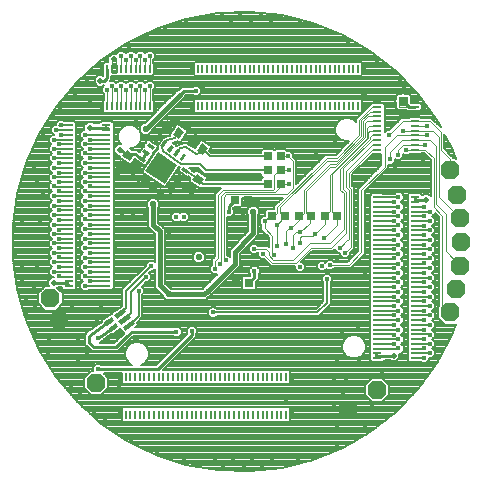
<source format=gtl>
G75*
%MOIN*%
%OFA0B0*%
%FSLAX24Y24*%
%IPPOS*%
%LPD*%
%AMOC8*
5,1,8,0,0,1.08239X$1,22.5*
%
%ADD10R,0.0270X0.0300*%
%ADD11OC8,0.0630*%
%ADD12R,0.0150X0.0300*%
%ADD13R,0.0150X0.0400*%
%ADD14R,0.0295X0.0091*%
%ADD15R,0.0295X0.0138*%
%ADD16R,0.0091X0.0295*%
%ADD17R,0.0138X0.0295*%
%ADD18R,0.0768X0.0768*%
%ADD19R,0.0240X0.0120*%
%ADD20C,0.0220*%
%ADD21C,0.0160*%
%ADD22C,0.0100*%
%ADD23C,0.0200*%
%ADD24C,0.0300*%
%ADD25C,0.0040*%
%ADD26C,0.0080*%
%ADD27C,0.0030*%
%ADD28C,0.0160*%
%ADD29C,0.0020*%
%ADD30C,0.0060*%
D10*
X011950Y010760D03*
X012370Y010760D03*
X013150Y012980D03*
X013570Y012980D03*
X014030Y012980D03*
X014450Y012980D03*
X014900Y012980D03*
X015320Y012980D03*
X013430Y014060D03*
X013010Y014060D03*
X013010Y014520D03*
X013430Y014520D03*
X013430Y014980D03*
X013010Y014980D03*
X012330Y013520D03*
X011910Y013520D03*
G36*
X010891Y014242D02*
X010740Y014019D01*
X010493Y014186D01*
X010644Y014409D01*
X010891Y014242D01*
G37*
G36*
X010656Y013894D02*
X010505Y013671D01*
X010258Y013838D01*
X010409Y014061D01*
X010656Y013894D01*
G37*
G36*
X010856Y015021D02*
X010633Y015172D01*
X010800Y015419D01*
X011023Y015268D01*
X010856Y015021D01*
G37*
G36*
X010508Y015256D02*
X010285Y015407D01*
X010452Y015654D01*
X010675Y015503D01*
X010508Y015256D01*
G37*
G36*
X010060Y015558D02*
X009837Y015709D01*
X010004Y015956D01*
X010227Y015805D01*
X010060Y015558D01*
G37*
G36*
X009712Y015793D02*
X009489Y015944D01*
X009656Y016191D01*
X009879Y016040D01*
X009712Y015793D01*
G37*
G36*
X008158Y014986D02*
X008309Y015209D01*
X008556Y015042D01*
X008405Y014819D01*
X008158Y014986D01*
G37*
G36*
X007924Y014638D02*
X008075Y014861D01*
X008322Y014694D01*
X008171Y014471D01*
X007924Y014638D01*
G37*
D11*
X005760Y010250D03*
X006030Y009530D03*
X007280Y007440D03*
X015690Y006520D03*
X016650Y007200D03*
X019080Y009780D03*
X019280Y010560D03*
X019420Y011340D03*
X019460Y012140D03*
X019420Y012920D03*
X019300Y013700D03*
X019080Y014520D03*
D12*
G36*
X007926Y008932D02*
X007840Y009055D01*
X008084Y009226D01*
X008170Y009103D01*
X007926Y008932D01*
G37*
G36*
X007783Y009137D02*
X007697Y009260D01*
X007941Y009431D01*
X008027Y009308D01*
X007783Y009137D01*
G37*
G36*
X007639Y009341D02*
X007553Y009464D01*
X007797Y009635D01*
X007883Y009512D01*
X007639Y009341D01*
G37*
D13*
G36*
X007967Y009570D02*
X007881Y009693D01*
X008207Y009922D01*
X008293Y009799D01*
X007967Y009570D01*
G37*
G36*
X008110Y009366D02*
X008024Y009489D01*
X008350Y009718D01*
X008436Y009595D01*
X008110Y009366D01*
G37*
G36*
X008254Y009161D02*
X008168Y009284D01*
X008494Y009513D01*
X008580Y009390D01*
X008254Y009161D01*
G37*
D14*
X007624Y010663D03*
X007624Y010820D03*
X007624Y010978D03*
X007624Y011135D03*
X007624Y011293D03*
X007624Y011450D03*
X007624Y011608D03*
X007624Y011765D03*
X007624Y011923D03*
X007624Y012080D03*
X007624Y012238D03*
X007624Y012395D03*
X007624Y012553D03*
X007624Y012710D03*
X007624Y012868D03*
X007624Y013025D03*
X007624Y013183D03*
X007624Y013340D03*
X007624Y013497D03*
X007624Y013655D03*
X007624Y013812D03*
X007624Y013970D03*
X007624Y014127D03*
X007624Y014285D03*
X007624Y014442D03*
X007624Y014600D03*
X007624Y014757D03*
X007624Y014915D03*
X007624Y015072D03*
X007624Y015230D03*
X007624Y015387D03*
X007624Y015545D03*
X007624Y015702D03*
X007624Y015860D03*
X007624Y016017D03*
X006376Y016017D03*
X006376Y015860D03*
X006376Y015702D03*
X006376Y015545D03*
X006376Y015387D03*
X006376Y015230D03*
X006376Y015072D03*
X006376Y014915D03*
X006376Y014757D03*
X006376Y014600D03*
X006376Y014442D03*
X006376Y014285D03*
X006376Y014127D03*
X006376Y013970D03*
X006376Y013812D03*
X006376Y013655D03*
X006376Y013497D03*
X006376Y013340D03*
X006376Y013183D03*
X006376Y013025D03*
X006376Y012868D03*
X006376Y012710D03*
X006376Y012553D03*
X006376Y012395D03*
X006376Y012238D03*
X006376Y012080D03*
X006376Y011923D03*
X006376Y011765D03*
X006376Y011608D03*
X006376Y011450D03*
X006376Y011293D03*
X006376Y011135D03*
X006376Y010978D03*
X006376Y010820D03*
X006376Y010663D03*
X016656Y010625D03*
X016656Y010468D03*
X016656Y010310D03*
X016656Y010153D03*
X016656Y009995D03*
X016656Y009838D03*
X016656Y009680D03*
X016656Y009523D03*
X016656Y009365D03*
X016656Y009208D03*
X016656Y009050D03*
X016656Y008893D03*
X016656Y008735D03*
X016656Y008578D03*
X016656Y008420D03*
X016656Y008263D03*
X017904Y008263D03*
X017904Y008420D03*
X017904Y008578D03*
X017904Y008735D03*
X017904Y008893D03*
X017904Y009050D03*
X017904Y009208D03*
X017904Y009365D03*
X017904Y009523D03*
X017904Y009680D03*
X017904Y009838D03*
X017904Y009995D03*
X017904Y010153D03*
X017904Y010310D03*
X017904Y010468D03*
X017904Y010625D03*
X017904Y010783D03*
X017904Y010940D03*
X017904Y011097D03*
X017904Y011255D03*
X017904Y011412D03*
X017904Y011570D03*
X017904Y011727D03*
X017904Y011885D03*
X017904Y012042D03*
X017904Y012200D03*
X017904Y012357D03*
X017904Y012515D03*
X017904Y012672D03*
X017904Y012830D03*
X017904Y012987D03*
X017904Y013145D03*
X017904Y013302D03*
X017904Y013460D03*
X017904Y013617D03*
X016656Y013617D03*
X016656Y013460D03*
X016656Y013302D03*
X016656Y013145D03*
X016656Y012987D03*
X016656Y012830D03*
X016656Y012672D03*
X016656Y012515D03*
X016656Y012357D03*
X016656Y012200D03*
X016656Y012042D03*
X016656Y011885D03*
X016656Y011727D03*
X016656Y011570D03*
X016656Y011412D03*
X016656Y011255D03*
X016656Y011097D03*
X016656Y010940D03*
X016656Y010783D03*
X016656Y015211D03*
X016656Y015369D03*
X016656Y015526D03*
X016656Y015684D03*
X016656Y015841D03*
X016656Y015999D03*
X016656Y016156D03*
X016656Y016314D03*
X016656Y016471D03*
X016656Y016629D03*
X017904Y016629D03*
X017904Y016471D03*
X017904Y016314D03*
X017904Y016156D03*
X017904Y015999D03*
X017904Y015841D03*
X017904Y015684D03*
X017904Y015526D03*
X017904Y015369D03*
X017904Y015211D03*
D15*
X017904Y015024D03*
X017904Y013804D03*
X016656Y013804D03*
X016656Y015024D03*
X016656Y016816D03*
X017904Y016816D03*
X017904Y008076D03*
X016656Y008076D03*
X007624Y010476D03*
X006376Y010476D03*
X006376Y016204D03*
X007624Y016204D03*
D16*
X007651Y016656D03*
X007809Y016656D03*
X007966Y016656D03*
X008124Y016656D03*
X008281Y016656D03*
X008439Y016656D03*
X008596Y016656D03*
X008754Y016656D03*
X008911Y016656D03*
X009069Y016656D03*
X009069Y017904D03*
X008911Y017904D03*
X008754Y017904D03*
X008596Y017904D03*
X008439Y017904D03*
X008281Y017904D03*
X008124Y017904D03*
X007966Y017904D03*
X007809Y017904D03*
X007651Y017904D03*
X010663Y017904D03*
X010820Y017904D03*
X010978Y017904D03*
X011135Y017904D03*
X011293Y017904D03*
X011450Y017904D03*
X011608Y017904D03*
X011765Y017904D03*
X011923Y017904D03*
X012080Y017904D03*
X012238Y017904D03*
X012395Y017904D03*
X012553Y017904D03*
X012710Y017904D03*
X012868Y017904D03*
X013025Y017904D03*
X013183Y017904D03*
X013340Y017904D03*
X013497Y017904D03*
X013655Y017904D03*
X013812Y017904D03*
X013970Y017904D03*
X014127Y017904D03*
X014285Y017904D03*
X014442Y017904D03*
X014600Y017904D03*
X014757Y017904D03*
X014915Y017904D03*
X015072Y017904D03*
X015230Y017904D03*
X015387Y017904D03*
X015545Y017904D03*
X015702Y017904D03*
X015860Y017904D03*
X016017Y017904D03*
X016017Y016656D03*
X015860Y016656D03*
X015702Y016656D03*
X015545Y016656D03*
X015387Y016656D03*
X015230Y016656D03*
X015072Y016656D03*
X014915Y016656D03*
X014757Y016656D03*
X014600Y016656D03*
X014442Y016656D03*
X014285Y016656D03*
X014127Y016656D03*
X013970Y016656D03*
X013812Y016656D03*
X013655Y016656D03*
X013497Y016656D03*
X013340Y016656D03*
X013183Y016656D03*
X013025Y016656D03*
X012868Y016656D03*
X012710Y016656D03*
X012553Y016656D03*
X012395Y016656D03*
X012238Y016656D03*
X012080Y016656D03*
X011923Y016656D03*
X011765Y016656D03*
X011608Y016656D03*
X011450Y016656D03*
X011293Y016656D03*
X011135Y016656D03*
X010978Y016656D03*
X010820Y016656D03*
X010663Y016656D03*
X010625Y007624D03*
X010468Y007624D03*
X010310Y007624D03*
X010153Y007624D03*
X009995Y007624D03*
X009838Y007624D03*
X009680Y007624D03*
X009523Y007624D03*
X009365Y007624D03*
X009208Y007624D03*
X009050Y007624D03*
X008893Y007624D03*
X008735Y007624D03*
X008578Y007624D03*
X008420Y007624D03*
X008263Y007624D03*
X008263Y006376D03*
X008420Y006376D03*
X008578Y006376D03*
X008735Y006376D03*
X008893Y006376D03*
X009050Y006376D03*
X009208Y006376D03*
X009365Y006376D03*
X009523Y006376D03*
X009680Y006376D03*
X009838Y006376D03*
X009995Y006376D03*
X010153Y006376D03*
X010310Y006376D03*
X010468Y006376D03*
X010625Y006376D03*
X010783Y006376D03*
X010940Y006376D03*
X011097Y006376D03*
X011255Y006376D03*
X011412Y006376D03*
X011570Y006376D03*
X011727Y006376D03*
X011885Y006376D03*
X012042Y006376D03*
X012200Y006376D03*
X012357Y006376D03*
X012515Y006376D03*
X012672Y006376D03*
X012830Y006376D03*
X012987Y006376D03*
X013145Y006376D03*
X013302Y006376D03*
X013460Y006376D03*
X013617Y006376D03*
X013617Y007624D03*
X013460Y007624D03*
X013302Y007624D03*
X013145Y007624D03*
X012987Y007624D03*
X012830Y007624D03*
X012672Y007624D03*
X012515Y007624D03*
X012357Y007624D03*
X012200Y007624D03*
X012042Y007624D03*
X011885Y007624D03*
X011727Y007624D03*
X011570Y007624D03*
X011412Y007624D03*
X011255Y007624D03*
X011097Y007624D03*
X010940Y007624D03*
X010783Y007624D03*
D17*
X008076Y007624D03*
X008076Y006376D03*
X013804Y006376D03*
X013804Y007624D03*
X016204Y016656D03*
X016204Y017904D03*
X010476Y017904D03*
X009256Y017904D03*
X009256Y016656D03*
X010476Y016656D03*
X007464Y016656D03*
X007464Y017904D03*
D18*
G36*
X009993Y014703D02*
X009563Y014067D01*
X008927Y014497D01*
X009357Y015133D01*
X009993Y014703D01*
G37*
D19*
G36*
X010313Y014403D02*
X010115Y014536D01*
X010183Y014635D01*
X010381Y014502D01*
X010313Y014403D01*
G37*
G36*
X010170Y014191D02*
X009972Y014324D01*
X010040Y014423D01*
X010238Y014290D01*
X010170Y014191D01*
G37*
G36*
X010027Y013979D02*
X009829Y014112D01*
X009897Y014211D01*
X010095Y014078D01*
X010027Y013979D01*
G37*
G36*
X009884Y013767D02*
X009686Y013900D01*
X009754Y013999D01*
X009952Y013866D01*
X009884Y013767D01*
G37*
G36*
X009263Y013747D02*
X009396Y013945D01*
X009495Y013877D01*
X009362Y013679D01*
X009263Y013747D01*
G37*
G36*
X009051Y013890D02*
X009184Y014088D01*
X009283Y014020D01*
X009150Y013822D01*
X009051Y013890D01*
G37*
G36*
X008839Y014033D02*
X008972Y014231D01*
X009071Y014163D01*
X008938Y013965D01*
X008839Y014033D01*
G37*
G36*
X008627Y014176D02*
X008760Y014374D01*
X008859Y014306D01*
X008726Y014108D01*
X008627Y014176D01*
G37*
G36*
X008607Y014797D02*
X008805Y014664D01*
X008737Y014565D01*
X008539Y014698D01*
X008607Y014797D01*
G37*
G36*
X008750Y015009D02*
X008948Y014876D01*
X008880Y014777D01*
X008682Y014910D01*
X008750Y015009D01*
G37*
G36*
X008893Y015221D02*
X009091Y015088D01*
X009023Y014989D01*
X008825Y015122D01*
X008893Y015221D01*
G37*
G36*
X009036Y015433D02*
X009234Y015300D01*
X009166Y015201D01*
X008968Y015334D01*
X009036Y015433D01*
G37*
G36*
X009657Y015453D02*
X009524Y015255D01*
X009425Y015323D01*
X009558Y015521D01*
X009657Y015453D01*
G37*
G36*
X009869Y015310D02*
X009736Y015112D01*
X009637Y015180D01*
X009770Y015378D01*
X009869Y015310D01*
G37*
G36*
X010081Y015167D02*
X009948Y014969D01*
X009849Y015037D01*
X009982Y015235D01*
X010081Y015167D01*
G37*
G36*
X010293Y015024D02*
X010160Y014826D01*
X010061Y014894D01*
X010194Y015092D01*
X010293Y015024D01*
G37*
D20*
X008940Y015900D03*
X010840Y017360D03*
X012700Y014300D03*
X012520Y013140D03*
X010700Y011620D03*
X009700Y010380D03*
X008600Y008920D03*
X007640Y008850D03*
X008060Y007220D03*
X011580Y010080D03*
X013620Y006920D03*
X009180Y013380D03*
X016220Y017060D03*
D21*
X016750Y017760D03*
X016640Y018160D03*
X016260Y018480D03*
X015880Y018460D03*
X015680Y018770D03*
X015380Y018860D03*
X014980Y019160D03*
X014080Y019460D03*
X013480Y019560D03*
X013120Y019440D03*
X012780Y019660D03*
X012430Y019440D03*
X012080Y019660D03*
X011790Y019440D03*
X011480Y019660D03*
X011120Y019610D03*
X010680Y019560D03*
X010280Y019460D03*
X009580Y019260D03*
X008980Y018960D03*
X008380Y018660D03*
X008440Y018340D03*
X008280Y018200D03*
X008120Y018340D03*
X008600Y018200D03*
X008760Y018340D03*
X008920Y018200D03*
X009080Y018340D03*
X009080Y017340D03*
X008920Y017200D03*
X008760Y017340D03*
X008600Y017200D03*
X008440Y017340D03*
X008280Y017200D03*
X008120Y017340D03*
X007960Y017200D03*
X007800Y017340D03*
X007640Y017200D03*
X007080Y016860D03*
X006580Y017060D03*
X006560Y016710D03*
X006080Y016640D03*
X005830Y016310D03*
X006100Y016020D03*
X005960Y015860D03*
X006100Y015700D03*
X005880Y015540D03*
X006060Y015400D03*
X005880Y015240D03*
X006060Y015080D03*
X005880Y014920D03*
X006060Y014760D03*
X005880Y014600D03*
X006060Y014440D03*
X005880Y014280D03*
X006060Y014120D03*
X005880Y013980D03*
X006060Y013820D03*
X005880Y013660D03*
X006060Y013500D03*
X005880Y013340D03*
X006060Y013180D03*
X005880Y013020D03*
X006060Y012860D03*
X005880Y012700D03*
X006060Y012540D03*
X005880Y012400D03*
X006060Y012240D03*
X005880Y012080D03*
X006060Y011920D03*
X005880Y011760D03*
X006060Y011620D03*
X005880Y011460D03*
X006060Y011300D03*
X005880Y011140D03*
X006060Y010980D03*
X005300Y011320D03*
X004800Y011320D03*
X004810Y010910D03*
X005200Y010620D03*
X004940Y010270D03*
X005240Y009950D03*
X004960Y009780D03*
X005310Y009620D03*
X005230Y009140D03*
X005430Y008740D03*
X005700Y008900D03*
X005670Y008370D03*
X005930Y008030D03*
X006160Y007660D03*
X006450Y007300D03*
X006750Y007080D03*
X007220Y006500D03*
X007580Y006250D03*
X008050Y006100D03*
X008400Y005820D03*
X008450Y005500D03*
X008900Y005420D03*
X009300Y005120D03*
X010200Y004820D03*
X010800Y004720D03*
X011260Y004880D03*
X011500Y004620D03*
X011830Y004860D03*
X012200Y004620D03*
X012490Y004820D03*
X012800Y004620D03*
X013140Y004840D03*
X013600Y004720D03*
X014000Y004820D03*
X014700Y005020D03*
X015300Y005320D03*
X015900Y005620D03*
X016240Y005960D03*
X016330Y006280D03*
X016480Y006700D03*
X016790Y006320D03*
X017850Y007220D03*
X018210Y007710D03*
X018220Y008260D03*
X018400Y008420D03*
X018220Y008580D03*
X018400Y008740D03*
X018220Y008880D03*
X018400Y009040D03*
X018220Y009200D03*
X018400Y009360D03*
X018220Y009520D03*
X018400Y009680D03*
X018220Y009840D03*
X018400Y010000D03*
X018220Y010160D03*
X018400Y010300D03*
X018220Y010460D03*
X018400Y010620D03*
X018220Y010780D03*
X018400Y010940D03*
X018220Y011100D03*
X018400Y011260D03*
X018220Y011420D03*
X018400Y011580D03*
X018220Y011740D03*
X018400Y011880D03*
X018220Y012040D03*
X018400Y012200D03*
X018220Y012360D03*
X018400Y012520D03*
X018220Y012660D03*
X018400Y012820D03*
X018220Y012980D03*
X018400Y013140D03*
X018220Y013300D03*
X017360Y013300D03*
X017200Y013460D03*
X017360Y013620D03*
X017200Y013140D03*
X017360Y012980D03*
X017200Y012820D03*
X017360Y012680D03*
X017200Y012520D03*
X017360Y012360D03*
X017200Y012200D03*
X017360Y012040D03*
X017200Y011880D03*
X017360Y011720D03*
X017200Y011580D03*
X017360Y011400D03*
X017200Y011260D03*
X017360Y011100D03*
X017200Y010940D03*
X017360Y010780D03*
X017200Y010620D03*
X017360Y010460D03*
X017200Y010300D03*
X017360Y010160D03*
X017200Y010000D03*
X017360Y009840D03*
X017200Y009680D03*
X017360Y009520D03*
X017200Y009360D03*
X017360Y009200D03*
X017200Y009040D03*
X017360Y008880D03*
X017200Y008740D03*
X017360Y008580D03*
X016800Y007720D03*
X016050Y008120D03*
X015300Y008120D03*
X015200Y008720D03*
X015480Y009100D03*
X015100Y009420D03*
X016000Y009320D03*
X016200Y010120D03*
X015300Y010520D03*
X014980Y010900D03*
X014960Y011160D03*
X014800Y011320D03*
X015080Y011360D03*
X015300Y011560D03*
X015580Y011760D03*
X015400Y011940D03*
X014880Y012260D03*
X014580Y012400D03*
X014080Y012460D03*
X013780Y012600D03*
X013300Y012700D03*
X012900Y012820D03*
X012680Y013520D03*
X012180Y012980D03*
X011720Y013120D03*
X011180Y012960D03*
X010200Y012960D03*
X009960Y012960D03*
X009700Y012960D03*
X009700Y012440D03*
X008900Y013020D03*
X008520Y013020D03*
X008140Y013020D03*
X007080Y013020D03*
X006920Y012880D03*
X007080Y012700D03*
X006920Y012560D03*
X007080Y012400D03*
X006920Y012240D03*
X007080Y012080D03*
X006920Y011920D03*
X007080Y011760D03*
X006920Y011600D03*
X007080Y011460D03*
X006920Y011300D03*
X007080Y011140D03*
X006920Y010980D03*
X007080Y010820D03*
X006920Y010660D03*
X006490Y010030D03*
X007430Y010040D03*
X007780Y010070D03*
X007310Y009560D03*
X007340Y008920D03*
X006980Y008360D03*
X006670Y008210D03*
X006350Y008550D03*
X006680Y008890D03*
X007340Y007900D03*
X008290Y008110D03*
X009960Y009140D03*
X010475Y009155D03*
X011340Y009190D03*
X011180Y009780D03*
X011000Y010500D03*
X011600Y010760D03*
X011240Y011220D03*
X011400Y011400D03*
X011600Y011520D03*
X012100Y011300D03*
X012560Y011160D03*
X013100Y011300D03*
X013220Y011700D03*
X013300Y011980D03*
X013620Y012060D03*
X013840Y011920D03*
X014080Y012080D03*
X014080Y011300D03*
X012840Y011740D03*
X012540Y011890D03*
X013700Y014060D03*
X013700Y014540D03*
X013680Y014980D03*
X014620Y015110D03*
X015260Y015440D03*
X017040Y015700D03*
X017500Y015840D03*
X017600Y015200D03*
X017340Y015040D03*
X017080Y014880D03*
X017260Y014560D03*
X018190Y014240D03*
X018190Y014910D03*
X018240Y015369D03*
X018320Y015684D03*
X018320Y016000D03*
X018200Y016580D03*
X017550Y017290D03*
X017420Y017510D03*
X017170Y017760D03*
X017070Y017390D03*
X019030Y015340D03*
X016320Y013550D03*
X016340Y012650D03*
X016230Y011070D03*
X018820Y008720D03*
X015600Y007520D03*
X015200Y007520D03*
X015500Y007020D03*
X015200Y006720D03*
X015300Y005920D03*
X009440Y010070D03*
X009050Y010070D03*
X008700Y010500D03*
X008940Y010960D03*
X009100Y011340D03*
X008320Y011150D03*
X007920Y011960D03*
X006920Y013180D03*
X007080Y013340D03*
X006920Y013500D03*
X007080Y013660D03*
X006920Y013820D03*
X007080Y013980D03*
X006920Y014120D03*
X007080Y014280D03*
X006920Y014440D03*
X007080Y014600D03*
X006920Y014760D03*
X007080Y014920D03*
X006920Y015080D03*
X007080Y015240D03*
X006920Y015400D03*
X007080Y015540D03*
X006920Y015700D03*
X008140Y016270D03*
X008620Y016220D03*
X009274Y015545D03*
X010620Y017160D03*
X006980Y017560D03*
X005500Y015720D03*
X005500Y015320D03*
X005250Y015150D03*
X005200Y014620D03*
X004890Y014270D03*
X005300Y014120D03*
X005500Y013720D03*
X005000Y013620D03*
X004660Y013370D03*
X004800Y012820D03*
X004550Y012590D03*
X004800Y012020D03*
X004580Y011710D03*
X005300Y012320D03*
X005400Y012820D03*
X005400Y011820D03*
D22*
X005880Y010760D02*
X006323Y010760D01*
X007718Y009488D02*
X007060Y009010D01*
X007060Y008760D01*
X007200Y008620D01*
X007941Y008620D01*
X008320Y008999D01*
X008461Y009140D01*
X009960Y009140D01*
X010475Y009155D02*
X010475Y009035D01*
X009340Y007900D01*
X007340Y007900D01*
X007340Y008920D02*
X007862Y009284D01*
X011600Y010760D02*
X011950Y010760D01*
X012370Y010760D02*
X012560Y010950D01*
X012560Y011160D01*
X011720Y013120D02*
X011720Y013330D01*
X011910Y013520D01*
X012330Y013520D02*
X012680Y013520D01*
X010457Y013866D02*
X010337Y013842D01*
X009962Y014095D01*
X009819Y013883D01*
X009703Y013711D01*
X009745Y013719D01*
X009703Y013711D02*
X009649Y013630D01*
X009379Y013812D01*
X009167Y013955D01*
X008955Y014098D01*
X008743Y014241D01*
X008490Y014411D01*
X008672Y014681D01*
X008228Y014595D01*
X008123Y014666D01*
X008133Y014612D01*
X007977Y014381D01*
X008357Y015014D02*
X008573Y015056D01*
X008815Y014893D01*
X008958Y015105D01*
X009274Y015545D02*
X009559Y015968D01*
X009684Y015992D01*
X009790Y016149D01*
X009971Y016184D01*
X010568Y015782D01*
X010595Y015643D01*
X010477Y015469D01*
X010480Y015455D01*
X010105Y014307D02*
X009962Y014095D01*
X008357Y015014D02*
X008049Y015222D01*
X008073Y015198D01*
X007663Y015940D02*
X007080Y015940D01*
X007420Y017500D02*
X007539Y017500D01*
X007651Y017612D01*
X007651Y017904D01*
X010080Y017040D02*
X010200Y017160D01*
X010620Y017160D01*
X017500Y016840D02*
X017711Y016629D01*
X017904Y016629D01*
X017943Y013540D02*
X018280Y013540D01*
X017200Y008340D02*
X016617Y008340D01*
D23*
X017200Y008340D03*
X018280Y013540D03*
X008073Y015198D03*
X007977Y014381D03*
X007080Y015940D03*
X007420Y017500D03*
X007880Y018220D03*
X005880Y010760D03*
D24*
X017520Y016400D03*
X017500Y016840D03*
D25*
X017380Y016837D02*
X017660Y016837D01*
X017660Y016799D02*
X017380Y016799D01*
X017380Y016760D02*
X017660Y016760D01*
X017660Y016722D02*
X017380Y016722D01*
X017380Y016683D02*
X017660Y016683D01*
X017660Y016645D02*
X017380Y016645D01*
X017380Y016640D02*
X017660Y016640D01*
X017660Y016960D01*
X017380Y016960D01*
X017380Y016640D01*
X017400Y016500D02*
X018040Y016500D01*
X018040Y016280D01*
X017400Y016280D01*
X017400Y016500D01*
X017400Y016491D02*
X018040Y016491D01*
X018040Y016452D02*
X017400Y016452D01*
X017400Y016414D02*
X018040Y016414D01*
X018040Y016375D02*
X017400Y016375D01*
X017400Y016337D02*
X018040Y016337D01*
X018040Y016298D02*
X017400Y016298D01*
X017496Y016156D02*
X017040Y015700D01*
X017304Y015684D02*
X017664Y015684D01*
X017904Y015684D01*
X018320Y015684D01*
X018420Y015526D02*
X018620Y015326D01*
X018620Y013380D01*
X018940Y013060D01*
X018940Y011820D01*
X019420Y011340D01*
X018820Y010040D02*
X019080Y009780D01*
X018820Y010040D02*
X018820Y013000D01*
X018540Y013280D01*
X018540Y014920D01*
X018249Y015211D01*
X017904Y015211D01*
X017893Y015200D01*
X017600Y015200D01*
X017502Y015369D02*
X017904Y015369D01*
X017895Y015360D01*
X017904Y015369D02*
X018240Y015369D01*
X018420Y015526D02*
X017904Y015526D01*
X017478Y015526D01*
X017080Y015129D01*
X017080Y014880D01*
X016900Y014640D02*
X016900Y015280D01*
X017304Y015684D01*
X017500Y015840D02*
X017903Y015840D01*
X017904Y015841D01*
X018500Y015841D01*
X018700Y015641D01*
X018700Y013640D01*
X019420Y012920D01*
X019080Y014520D02*
X019080Y014900D01*
X018780Y015200D01*
X018780Y015784D01*
X018408Y016156D01*
X017904Y016156D01*
X017496Y016156D01*
X017904Y015999D02*
X018319Y015999D01*
X018320Y016000D01*
X017502Y015369D02*
X017340Y015207D01*
X017340Y015040D01*
X016900Y014640D02*
X016120Y013860D01*
X016120Y011780D01*
X015700Y011360D01*
X015080Y011360D01*
X014895Y012260D02*
X014880Y012260D01*
X015320Y012700D01*
X015320Y012980D01*
X014900Y012980D02*
X014900Y012720D01*
X014580Y012400D01*
X014520Y012340D01*
X014140Y012340D01*
X014080Y012280D01*
X014080Y012080D01*
X013840Y011920D02*
X013840Y012360D01*
X013940Y012460D01*
X014080Y012460D01*
X014395Y012775D01*
X014395Y012925D01*
X014396Y012937D01*
X014400Y012949D01*
X014407Y012959D01*
X014416Y012968D01*
X014426Y012975D01*
X014438Y012979D01*
X014450Y012980D01*
X014085Y012905D02*
X014030Y012980D01*
X014085Y012905D02*
X013780Y012600D01*
X013720Y012600D01*
X013620Y012500D01*
X013620Y012060D01*
X013300Y011980D02*
X013300Y012700D01*
X013520Y012920D01*
X013520Y012975D01*
X013120Y012980D02*
X013060Y012980D01*
X012900Y012820D01*
X012900Y012580D01*
X013140Y012340D01*
X013140Y011780D01*
X013220Y011700D01*
X011600Y011520D02*
X011540Y011580D01*
X011540Y013640D01*
X011620Y013720D01*
X013635Y013720D01*
X013840Y013925D01*
X013840Y014820D01*
X013680Y014980D01*
X013375Y014980D01*
X013430Y014980D01*
X013415Y014560D02*
X013430Y014520D01*
X013375Y014520D01*
X013220Y014365D01*
X013220Y013910D01*
X013170Y013860D01*
X011520Y013860D01*
X011340Y013680D01*
X011340Y011600D01*
X011240Y011500D01*
X011240Y011220D01*
X011400Y011400D02*
X011440Y011440D01*
X011440Y013660D01*
X011570Y013790D01*
X013240Y013790D01*
X013375Y013925D01*
X013375Y013962D01*
X013430Y014060D01*
X013375Y014060D01*
X013700Y014060D01*
X013700Y014540D02*
X013395Y014540D01*
X013430Y014520D01*
X017380Y016876D02*
X017660Y016876D01*
X017660Y016914D02*
X017380Y016914D01*
X017380Y016953D02*
X017660Y016953D01*
X009080Y017340D02*
X009069Y017329D01*
X009069Y016656D01*
X008911Y016656D02*
X008911Y017191D01*
X008920Y017200D01*
X008760Y017340D02*
X008754Y017334D01*
X008754Y016656D01*
X008596Y016656D02*
X008596Y017196D01*
X008600Y017200D01*
X008439Y017339D02*
X008440Y017340D01*
X008439Y017339D02*
X008439Y016656D01*
X008281Y016656D02*
X008281Y017199D01*
X008280Y017200D01*
X008124Y017336D02*
X008120Y017340D01*
X008124Y017336D02*
X008124Y016656D01*
X007966Y016656D02*
X007966Y017194D01*
X007960Y017200D01*
X007809Y017331D02*
X007800Y017340D01*
X007809Y017331D02*
X007809Y016656D01*
X007651Y016656D02*
X007651Y017189D01*
X007640Y017200D01*
X007800Y017760D02*
X007960Y017760D01*
X007960Y018220D01*
X007800Y018220D01*
X007800Y017760D01*
X007800Y017761D02*
X007960Y017761D01*
X007960Y017800D02*
X007800Y017800D01*
X007800Y017838D02*
X007960Y017838D01*
X007960Y017877D02*
X007800Y017877D01*
X007800Y017915D02*
X007960Y017915D01*
X007960Y017954D02*
X007800Y017954D01*
X007800Y017992D02*
X007960Y017992D01*
X007960Y018031D02*
X007800Y018031D01*
X007800Y018069D02*
X007960Y018069D01*
X007960Y018108D02*
X007800Y018108D01*
X007800Y018146D02*
X007960Y018146D01*
X007960Y018185D02*
X007800Y018185D01*
X008120Y018340D02*
X008124Y018340D01*
X008124Y017904D01*
X008280Y017904D02*
X008280Y018200D01*
X008439Y018340D02*
X008439Y017904D01*
X008596Y017904D02*
X008596Y018200D01*
X008600Y018200D01*
X008754Y018340D02*
X008754Y017904D01*
X008911Y017904D02*
X008911Y018200D01*
X008920Y018200D01*
X009069Y018340D02*
X009069Y017904D01*
X009069Y018340D02*
X009080Y018340D01*
X008760Y018340D02*
X008754Y018340D01*
X008440Y018340D02*
X008439Y018340D01*
X008281Y017904D02*
X008280Y017904D01*
D26*
X006739Y006723D02*
X017529Y006723D01*
X017454Y006645D02*
X006826Y006645D01*
X006913Y006566D02*
X008133Y006566D01*
X008128Y006561D02*
X008128Y006191D01*
X008180Y006138D01*
X013700Y006138D01*
X013752Y006191D01*
X013752Y006561D01*
X013700Y006614D01*
X008338Y006614D01*
X008180Y006614D01*
X008128Y006561D01*
X008128Y006488D02*
X007000Y006488D01*
X007088Y006409D02*
X008128Y006409D01*
X008128Y006331D02*
X007175Y006331D01*
X007262Y006252D02*
X008128Y006252D01*
X008145Y006174D02*
X007349Y006174D01*
X007425Y006105D02*
X006631Y006820D01*
X005945Y007639D01*
X005378Y008545D01*
X004944Y009521D01*
X004649Y010548D01*
X004501Y011606D01*
X004501Y012674D01*
X004649Y013732D01*
X004944Y014759D01*
X005378Y015735D01*
X005945Y016641D01*
X006631Y017460D01*
X007425Y018175D01*
X008311Y018772D01*
X009271Y019240D01*
X010287Y019571D01*
X011340Y019756D01*
X012407Y019793D01*
X013470Y019682D01*
X014506Y019423D01*
X015497Y019023D01*
X016422Y018489D01*
X017264Y017831D01*
X018006Y017062D01*
X018634Y016198D01*
X018763Y015957D01*
X018453Y016266D01*
X018114Y016266D01*
X018089Y016291D01*
X017719Y016291D01*
X017694Y016266D01*
X017451Y016266D01*
X017054Y015870D01*
X016970Y015870D01*
X016894Y015794D01*
X016894Y016711D01*
X016841Y016764D01*
X016471Y016764D01*
X016418Y016711D01*
X016418Y016707D01*
X016017Y016305D01*
X016017Y016305D01*
X015955Y016243D01*
X015955Y016157D01*
X015955Y016117D01*
X015861Y016211D01*
X015718Y016270D01*
X015562Y016270D01*
X015419Y016211D01*
X015309Y016101D01*
X015250Y015958D01*
X015250Y015802D01*
X015309Y015659D01*
X015419Y015549D01*
X015562Y015490D01*
X015718Y015490D01*
X015724Y015493D01*
X015277Y015045D01*
X014937Y015045D01*
X014877Y014985D01*
X013950Y014058D01*
X013950Y014866D01*
X013886Y014930D01*
X013850Y014966D01*
X014858Y014966D01*
X014936Y015045D02*
X013850Y015045D01*
X013850Y015050D02*
X013750Y015150D01*
X013655Y015150D01*
X013655Y015167D01*
X013602Y015220D01*
X013258Y015220D01*
X013220Y015182D01*
X013182Y015220D01*
X012838Y015220D01*
X012785Y015167D01*
X012785Y015100D01*
X011118Y015100D01*
X011059Y015159D01*
X011119Y015250D01*
X011105Y015323D01*
X010820Y015515D01*
X010746Y015501D01*
X010574Y015247D01*
X010379Y015378D01*
X010297Y015434D01*
X010254Y015425D01*
X010103Y015396D01*
X010008Y015377D01*
X010006Y015377D01*
X009970Y015325D01*
X009959Y015323D01*
X009951Y015365D01*
X009833Y015445D01*
X009875Y015453D01*
X009973Y015472D01*
X009989Y015497D01*
X010041Y015462D01*
X010114Y015476D01*
X010324Y015786D01*
X010309Y015860D01*
X010024Y016052D01*
X009950Y016038D01*
X009741Y015728D01*
X009752Y015673D01*
X009661Y015656D01*
X009563Y015637D01*
X009560Y015631D01*
X009546Y015611D01*
X009504Y015603D01*
X009328Y015342D01*
X009343Y015269D01*
X009352Y015262D01*
X009359Y015225D01*
X009303Y015214D01*
X008832Y014516D01*
X008846Y014443D01*
X009544Y013972D01*
X009617Y013986D01*
X010053Y014632D01*
X010064Y014621D01*
X010020Y014556D01*
X010034Y014483D01*
X010295Y014307D01*
X010330Y014314D01*
X010426Y014249D01*
X010397Y014205D01*
X010411Y014132D01*
X010722Y013923D01*
X010795Y013937D01*
X010797Y013940D01*
X011444Y013940D01*
X011410Y013906D01*
X011410Y013906D01*
X011294Y013790D01*
X011230Y013726D01*
X011230Y011646D01*
X011194Y011610D01*
X011130Y011546D01*
X011130Y011350D01*
X011070Y011290D01*
X011070Y011150D01*
X011170Y011050D01*
X011310Y011050D01*
X010853Y010594D01*
X010810Y010550D01*
X009813Y010550D01*
X009783Y010580D01*
X009740Y010580D01*
X009570Y010750D01*
X009570Y012550D01*
X009350Y012770D01*
X009350Y013267D01*
X009380Y013297D01*
X009380Y013463D01*
X009263Y013580D01*
X009097Y013580D01*
X008980Y013463D01*
X008980Y013297D01*
X009010Y013267D01*
X009010Y012630D01*
X009110Y012530D01*
X009230Y012410D01*
X009230Y011450D01*
X009170Y011510D01*
X009030Y011510D01*
X008930Y011410D01*
X008930Y011340D01*
X008220Y010630D01*
X008150Y010560D01*
X008150Y009992D01*
X007798Y009746D01*
X007795Y009728D01*
X007777Y009731D01*
X007470Y009516D01*
X007463Y009476D01*
X007015Y009150D01*
X007002Y009150D01*
X006969Y009117D01*
X006931Y009089D01*
X006929Y009077D01*
X006920Y009068D01*
X006920Y009021D01*
X006913Y008975D01*
X006920Y008965D01*
X006920Y008702D01*
X007002Y008620D01*
X007142Y008480D01*
X007999Y008480D01*
X008081Y008562D01*
X008460Y008941D01*
X008519Y009000D01*
X009860Y009000D01*
X009890Y008970D01*
X010030Y008970D01*
X010130Y009070D01*
X010130Y009210D01*
X010030Y009310D01*
X009890Y009310D01*
X009860Y009280D01*
X008580Y009280D01*
X008663Y009338D01*
X008676Y009411D01*
X008652Y009445D01*
X008820Y009613D01*
X008820Y010380D01*
X008870Y010430D01*
X008870Y010570D01*
X009270Y010570D01*
X009230Y010610D02*
X009330Y010510D01*
X009500Y010340D01*
X009500Y010297D01*
X009617Y010180D01*
X009783Y010180D01*
X009813Y010210D01*
X010950Y010210D01*
X011023Y010282D01*
X011070Y010330D01*
X011070Y010330D01*
X011090Y010349D01*
X011090Y010350D01*
X011170Y010430D01*
X012070Y011330D01*
X012070Y011730D01*
X012500Y012160D01*
X012690Y012350D01*
X012690Y013027D01*
X012720Y013057D01*
X012720Y013223D01*
X012603Y013340D01*
X012437Y013340D01*
X012320Y013223D01*
X012320Y013057D01*
X012350Y013027D01*
X012350Y012490D01*
X012250Y012390D01*
X011766Y011906D01*
X011730Y011870D01*
X011730Y011630D01*
X011670Y011690D01*
X011650Y011690D01*
X011650Y012950D01*
X011790Y012950D01*
X011890Y013050D01*
X011890Y013190D01*
X011860Y013220D01*
X011860Y013272D01*
X011868Y013280D01*
X012082Y013280D01*
X012135Y013333D01*
X012135Y013610D01*
X013502Y013610D01*
X013277Y013385D01*
X013215Y013323D01*
X013215Y013220D01*
X012978Y013220D01*
X012925Y013167D01*
X012925Y013001D01*
X012914Y012990D01*
X012830Y012990D01*
X012730Y012890D01*
X012730Y012750D01*
X012790Y012690D01*
X012790Y012534D01*
X012854Y012470D01*
X013030Y012294D01*
X013030Y011948D01*
X012983Y011995D01*
X012675Y011995D01*
X012610Y012060D01*
X012470Y012060D01*
X012370Y011960D01*
X012370Y011820D01*
X012470Y011720D01*
X012610Y011720D01*
X012670Y011780D01*
X012670Y011670D01*
X012770Y011570D01*
X012862Y011570D01*
X013097Y011335D01*
X013106Y011335D01*
X013897Y011335D01*
X013910Y011335D01*
X013910Y011230D01*
X014010Y011130D01*
X014150Y011130D01*
X014250Y011230D01*
X014250Y011370D01*
X014150Y011470D01*
X014118Y011470D01*
X014483Y011835D01*
X015163Y011835D01*
X015170Y011842D01*
X015230Y011902D01*
X015230Y011870D01*
X015330Y011770D01*
X015410Y011770D01*
X015410Y011690D01*
X015510Y011590D01*
X015650Y011590D01*
X015750Y011690D01*
X015750Y011782D01*
X015813Y011845D01*
X015875Y011907D01*
X015875Y013953D01*
X015825Y014003D01*
X015825Y014397D01*
X016505Y015076D01*
X016790Y015076D01*
X016790Y014686D01*
X016010Y013906D01*
X016010Y011826D01*
X015794Y011826D01*
X015750Y011747D02*
X015932Y011747D01*
X016010Y011826D02*
X015654Y011470D01*
X015210Y011470D01*
X015150Y011530D01*
X015010Y011530D01*
X014920Y011440D01*
X014870Y011490D01*
X014730Y011490D01*
X014630Y011390D01*
X014630Y011250D01*
X014730Y011150D01*
X014870Y011150D01*
X014960Y011240D01*
X015010Y011190D01*
X015150Y011190D01*
X015210Y011250D01*
X015746Y011250D01*
X015796Y011300D01*
X016166Y011670D01*
X016223Y011727D01*
X016230Y011734D01*
X016230Y013814D01*
X016946Y014530D01*
X017010Y014594D01*
X017010Y014710D01*
X017150Y014710D01*
X017250Y014810D01*
X017250Y014890D01*
X017270Y014870D01*
X017410Y014870D01*
X017510Y014970D01*
X017510Y015050D01*
X017530Y015030D01*
X017670Y015030D01*
X017718Y015077D01*
X017719Y015076D01*
X018089Y015076D01*
X018114Y015101D01*
X018203Y015101D01*
X018430Y014874D01*
X018430Y013659D01*
X018359Y013730D01*
X018201Y013730D01*
X018151Y013680D01*
X018142Y013680D01*
X018142Y013700D01*
X018089Y013752D01*
X017719Y013752D01*
X017666Y013700D01*
X017666Y008180D01*
X017719Y008128D01*
X018089Y008128D01*
X018100Y008139D01*
X018150Y008090D01*
X018290Y008090D01*
X018390Y008190D01*
X018390Y008250D01*
X018470Y008250D01*
X018570Y008350D01*
X018570Y008490D01*
X018480Y008580D01*
X018570Y008670D01*
X018570Y008810D01*
X018490Y008890D01*
X018570Y008970D01*
X018570Y009110D01*
X018480Y009200D01*
X018570Y009290D01*
X018570Y009430D01*
X018480Y009520D01*
X018570Y009610D01*
X018570Y009750D01*
X018480Y009840D01*
X018570Y009930D01*
X018570Y010070D01*
X018490Y010150D01*
X018570Y010230D01*
X018570Y010370D01*
X018480Y010460D01*
X018570Y010550D01*
X018570Y010690D01*
X018480Y010780D01*
X018570Y010870D01*
X018570Y011010D01*
X018480Y011100D01*
X018570Y011190D01*
X018570Y011330D01*
X018480Y011420D01*
X018570Y011510D01*
X018570Y011650D01*
X018490Y011730D01*
X018570Y011810D01*
X018570Y011950D01*
X018480Y012040D01*
X018570Y012130D01*
X018570Y012270D01*
X018480Y012360D01*
X018570Y012450D01*
X018570Y012590D01*
X018490Y012670D01*
X018570Y012750D01*
X018570Y012890D01*
X018480Y012980D01*
X018570Y013070D01*
X018570Y013094D01*
X018710Y012954D01*
X018710Y009994D01*
X018716Y009989D01*
X018675Y009948D01*
X018675Y009612D01*
X018912Y009375D01*
X019248Y009375D01*
X019272Y009399D01*
X019136Y009025D01*
X018634Y008082D01*
X018006Y007218D01*
X017264Y006449D01*
X016422Y005791D01*
X015497Y005257D01*
X014506Y004857D01*
X013470Y004598D01*
X012407Y004487D01*
X011340Y004524D01*
X010287Y004709D01*
X009271Y005040D01*
X008311Y005508D01*
X007425Y006105D01*
X007440Y006095D02*
X016812Y006095D01*
X016711Y006017D02*
X007556Y006017D01*
X007673Y005938D02*
X016611Y005938D01*
X016510Y005860D02*
X007789Y005860D01*
X007905Y005781D02*
X016405Y005781D01*
X016270Y005703D02*
X008022Y005703D01*
X008138Y005624D02*
X016134Y005624D01*
X015998Y005546D02*
X008255Y005546D01*
X008394Y005467D02*
X015862Y005467D01*
X015726Y005389D02*
X008555Y005389D01*
X008716Y005310D02*
X015590Y005310D01*
X015435Y005232D02*
X008877Y005232D01*
X009038Y005153D02*
X015241Y005153D01*
X015047Y005075D02*
X009199Y005075D01*
X009404Y004996D02*
X014852Y004996D01*
X014658Y004918D02*
X009646Y004918D01*
X009887Y004839D02*
X014437Y004839D01*
X014122Y004761D02*
X010129Y004761D01*
X010440Y004682D02*
X013807Y004682D01*
X013493Y004604D02*
X010885Y004604D01*
X011331Y004525D02*
X012777Y004525D01*
X013735Y006174D02*
X016912Y006174D01*
X017013Y006252D02*
X013752Y006252D01*
X013752Y006331D02*
X017113Y006331D01*
X017214Y006409D02*
X013752Y006409D01*
X013752Y006488D02*
X017302Y006488D01*
X017378Y006566D02*
X013747Y006566D01*
X013700Y007386D02*
X013752Y007439D01*
X013752Y007809D01*
X013700Y007862D01*
X009500Y007862D01*
X010533Y008895D01*
X010615Y008977D01*
X010615Y009054D01*
X010645Y009084D01*
X010645Y009225D01*
X010545Y009325D01*
X010404Y009325D01*
X010305Y009225D01*
X010305Y009084D01*
X010316Y009074D01*
X009282Y008040D01*
X008790Y008040D01*
X008861Y008069D01*
X008971Y008179D01*
X009030Y008322D01*
X009030Y008478D01*
X008971Y008621D01*
X008861Y008731D01*
X008718Y008790D01*
X008562Y008790D01*
X008419Y008731D01*
X008309Y008621D01*
X008250Y008478D01*
X008250Y008322D01*
X008309Y008179D01*
X008419Y008069D01*
X008490Y008040D01*
X007440Y008040D01*
X007410Y008070D01*
X007270Y008070D01*
X007170Y007970D01*
X007170Y007845D01*
X007112Y007845D01*
X006875Y007608D01*
X006875Y007272D01*
X007112Y007035D01*
X007448Y007035D01*
X007685Y007272D01*
X007685Y007608D01*
X007533Y007760D01*
X008128Y007760D01*
X008128Y007439D01*
X008180Y007386D01*
X013700Y007386D01*
X013743Y007430D02*
X016307Y007430D01*
X016245Y007368D02*
X016482Y007605D01*
X016818Y007605D01*
X017055Y007368D01*
X017055Y007032D01*
X016818Y006795D01*
X016482Y006795D01*
X016245Y007032D01*
X016245Y007368D01*
X016245Y007351D02*
X007685Y007351D01*
X007685Y007273D02*
X016245Y007273D01*
X016245Y007194D02*
X007607Y007194D01*
X007529Y007116D02*
X016245Y007116D01*
X016245Y007037D02*
X007450Y007037D01*
X007110Y007037D02*
X006449Y007037D01*
X006515Y006959D02*
X016318Y006959D01*
X016397Y006880D02*
X006581Y006880D01*
X006652Y006802D02*
X016475Y006802D01*
X016825Y006802D02*
X017605Y006802D01*
X017681Y006880D02*
X016903Y006880D01*
X016982Y006959D02*
X017757Y006959D01*
X017833Y007037D02*
X017055Y007037D01*
X017055Y007116D02*
X017908Y007116D01*
X017984Y007194D02*
X017055Y007194D01*
X017055Y007273D02*
X018047Y007273D01*
X018104Y007351D02*
X017055Y007351D01*
X016993Y007430D02*
X018161Y007430D01*
X018218Y007508D02*
X016914Y007508D01*
X016836Y007587D02*
X018275Y007587D01*
X018332Y007665D02*
X013752Y007665D01*
X013752Y007587D02*
X016464Y007587D01*
X016386Y007508D02*
X013752Y007508D01*
X013752Y007744D02*
X018389Y007744D01*
X018446Y007822D02*
X013739Y007822D01*
X015490Y008562D02*
X015549Y008419D01*
X015659Y008309D01*
X015802Y008250D01*
X015958Y008250D01*
X016101Y008309D01*
X016211Y008419D01*
X016270Y008562D01*
X016270Y008718D01*
X016211Y008861D01*
X016101Y008971D01*
X015958Y009030D01*
X015802Y009030D01*
X015659Y008971D01*
X015549Y008861D01*
X015490Y008718D01*
X015490Y008562D01*
X015504Y008529D02*
X010167Y008529D01*
X010245Y008607D02*
X015490Y008607D01*
X015490Y008686D02*
X010324Y008686D01*
X010402Y008764D02*
X015509Y008764D01*
X015542Y008843D02*
X010481Y008843D01*
X010559Y008921D02*
X015610Y008921D01*
X015730Y009000D02*
X010615Y009000D01*
X010639Y009078D02*
X016418Y009078D01*
X016418Y009000D02*
X016030Y009000D01*
X016150Y008921D02*
X016418Y008921D01*
X016418Y008843D02*
X016218Y008843D01*
X016251Y008764D02*
X016418Y008764D01*
X016418Y008686D02*
X016270Y008686D01*
X016270Y008607D02*
X016418Y008607D01*
X016418Y008529D02*
X016256Y008529D01*
X016224Y008450D02*
X016418Y008450D01*
X016418Y008372D02*
X016164Y008372D01*
X016063Y008293D02*
X016418Y008293D01*
X016418Y008215D02*
X009853Y008215D01*
X009931Y008293D02*
X015697Y008293D01*
X015596Y008372D02*
X010010Y008372D01*
X010088Y008450D02*
X015536Y008450D01*
X016418Y008180D02*
X016471Y008128D01*
X016841Y008128D01*
X016894Y008180D01*
X016894Y008200D01*
X017071Y008200D01*
X017121Y008150D01*
X017279Y008150D01*
X017390Y008261D01*
X017390Y008410D01*
X017430Y008410D01*
X017530Y008510D01*
X017530Y008650D01*
X017450Y008730D01*
X017530Y008810D01*
X017530Y008950D01*
X017440Y009040D01*
X017530Y009130D01*
X017530Y009270D01*
X017440Y009360D01*
X017530Y009450D01*
X017530Y009590D01*
X017440Y009680D01*
X017530Y009770D01*
X017530Y009910D01*
X017440Y010000D01*
X017530Y010090D01*
X017530Y010230D01*
X017450Y010310D01*
X017530Y010390D01*
X017530Y010530D01*
X017440Y010620D01*
X017530Y010710D01*
X017530Y010850D01*
X017440Y010940D01*
X017530Y011030D01*
X017530Y011170D01*
X017450Y011250D01*
X017530Y011330D01*
X017530Y011470D01*
X017440Y011560D01*
X017530Y011650D01*
X017530Y011790D01*
X017440Y011880D01*
X017530Y011970D01*
X017530Y012110D01*
X017440Y012200D01*
X017530Y012290D01*
X017530Y012430D01*
X017440Y012520D01*
X017530Y012610D01*
X017530Y012750D01*
X017450Y012830D01*
X017530Y012910D01*
X017530Y013050D01*
X017440Y013140D01*
X017530Y013230D01*
X017530Y013370D01*
X017440Y013460D01*
X017530Y013550D01*
X017530Y013690D01*
X017430Y013790D01*
X017290Y013790D01*
X017237Y013737D01*
X016856Y013737D01*
X016841Y013752D01*
X016471Y013752D01*
X016418Y013700D01*
X016418Y008180D01*
X016462Y008136D02*
X009774Y008136D01*
X009696Y008058D02*
X018617Y008058D01*
X018663Y008136D02*
X018337Y008136D01*
X018390Y008215D02*
X018705Y008215D01*
X018747Y008293D02*
X018514Y008293D01*
X018570Y008372D02*
X018789Y008372D01*
X018830Y008450D02*
X018570Y008450D01*
X018531Y008529D02*
X018872Y008529D01*
X018914Y008607D02*
X018508Y008607D01*
X018570Y008686D02*
X018956Y008686D01*
X018997Y008764D02*
X018570Y008764D01*
X018537Y008843D02*
X019039Y008843D01*
X019081Y008921D02*
X018522Y008921D01*
X018570Y009000D02*
X019123Y009000D01*
X019155Y009078D02*
X018570Y009078D01*
X018523Y009157D02*
X019184Y009157D01*
X019213Y009235D02*
X018516Y009235D01*
X018570Y009314D02*
X019241Y009314D01*
X019265Y009392D02*
X019270Y009392D01*
X018895Y009392D02*
X018570Y009392D01*
X018529Y009471D02*
X018816Y009471D01*
X018738Y009549D02*
X018510Y009549D01*
X018570Y009628D02*
X018675Y009628D01*
X018675Y009706D02*
X018570Y009706D01*
X018535Y009785D02*
X018675Y009785D01*
X018675Y009863D02*
X018504Y009863D01*
X018570Y009942D02*
X018675Y009942D01*
X018710Y010020D02*
X018570Y010020D01*
X018541Y010099D02*
X018710Y010099D01*
X018710Y010177D02*
X018518Y010177D01*
X018570Y010256D02*
X018710Y010256D01*
X018710Y010334D02*
X018570Y010334D01*
X018527Y010413D02*
X018710Y010413D01*
X018710Y010491D02*
X018512Y010491D01*
X018570Y010570D02*
X018710Y010570D01*
X018710Y010648D02*
X018570Y010648D01*
X018533Y010727D02*
X018710Y010727D01*
X018710Y010805D02*
X018506Y010805D01*
X018570Y010884D02*
X018710Y010884D01*
X018710Y010962D02*
X018570Y010962D01*
X018539Y011041D02*
X018710Y011041D01*
X018710Y011119D02*
X018500Y011119D01*
X018570Y011198D02*
X018710Y011198D01*
X018710Y011276D02*
X018570Y011276D01*
X018545Y011355D02*
X018710Y011355D01*
X018710Y011433D02*
X018494Y011433D01*
X018570Y011512D02*
X018710Y011512D01*
X018710Y011590D02*
X018570Y011590D01*
X018551Y011669D02*
X018710Y011669D01*
X018710Y011747D02*
X018508Y011747D01*
X018570Y011826D02*
X018710Y011826D01*
X018710Y011904D02*
X018570Y011904D01*
X018537Y011983D02*
X018710Y011983D01*
X018710Y012061D02*
X018502Y012061D01*
X018570Y012140D02*
X018710Y012140D01*
X018710Y012219D02*
X018570Y012219D01*
X018543Y012297D02*
X018710Y012297D01*
X018710Y012376D02*
X018496Y012376D01*
X018570Y012454D02*
X018710Y012454D01*
X018710Y012533D02*
X018570Y012533D01*
X018549Y012611D02*
X018710Y012611D01*
X018710Y012690D02*
X018510Y012690D01*
X018570Y012768D02*
X018710Y012768D01*
X018710Y012847D02*
X018570Y012847D01*
X018535Y012925D02*
X018710Y012925D01*
X018661Y013004D02*
X018504Y013004D01*
X018570Y013082D02*
X018582Y013082D01*
X018430Y013710D02*
X018379Y013710D01*
X018430Y013789D02*
X017432Y013789D01*
X017510Y013710D02*
X017677Y013710D01*
X017666Y013632D02*
X017530Y013632D01*
X017530Y013553D02*
X017666Y013553D01*
X017666Y013475D02*
X017455Y013475D01*
X017504Y013396D02*
X017666Y013396D01*
X017666Y013318D02*
X017530Y013318D01*
X017530Y013239D02*
X017666Y013239D01*
X017666Y013161D02*
X017461Y013161D01*
X017498Y013082D02*
X017666Y013082D01*
X017666Y013004D02*
X017530Y013004D01*
X017530Y012925D02*
X017666Y012925D01*
X017666Y012847D02*
X017467Y012847D01*
X017512Y012768D02*
X017666Y012768D01*
X017666Y012690D02*
X017530Y012690D01*
X017530Y012611D02*
X017666Y012611D01*
X017666Y012533D02*
X017453Y012533D01*
X017506Y012454D02*
X017666Y012454D01*
X017666Y012376D02*
X017530Y012376D01*
X017530Y012297D02*
X017666Y012297D01*
X017666Y012219D02*
X017459Y012219D01*
X017500Y012140D02*
X017666Y012140D01*
X017666Y012061D02*
X017530Y012061D01*
X017530Y011983D02*
X017666Y011983D01*
X017666Y011904D02*
X017465Y011904D01*
X017494Y011826D02*
X017666Y011826D01*
X017666Y011747D02*
X017530Y011747D01*
X017530Y011669D02*
X017666Y011669D01*
X017666Y011590D02*
X017471Y011590D01*
X017488Y011512D02*
X017666Y011512D01*
X017666Y011433D02*
X017530Y011433D01*
X017530Y011355D02*
X017666Y011355D01*
X017666Y011276D02*
X017477Y011276D01*
X017502Y011198D02*
X017666Y011198D01*
X017666Y011119D02*
X017530Y011119D01*
X017530Y011041D02*
X017666Y011041D01*
X017666Y010962D02*
X017463Y010962D01*
X017496Y010884D02*
X017666Y010884D01*
X017666Y010805D02*
X017530Y010805D01*
X017530Y010727D02*
X017666Y010727D01*
X017666Y010648D02*
X017469Y010648D01*
X017490Y010570D02*
X017666Y010570D01*
X017666Y010491D02*
X017530Y010491D01*
X017530Y010413D02*
X017666Y010413D01*
X017666Y010334D02*
X017475Y010334D01*
X017504Y010256D02*
X017666Y010256D01*
X017666Y010177D02*
X017530Y010177D01*
X017530Y010099D02*
X017666Y010099D01*
X017666Y010020D02*
X017461Y010020D01*
X017498Y009942D02*
X017666Y009942D01*
X017666Y009863D02*
X017530Y009863D01*
X017530Y009785D02*
X017666Y009785D01*
X017666Y009706D02*
X017467Y009706D01*
X017492Y009628D02*
X017666Y009628D01*
X017666Y009549D02*
X017530Y009549D01*
X017530Y009471D02*
X017666Y009471D01*
X017666Y009392D02*
X017473Y009392D01*
X017486Y009314D02*
X017666Y009314D01*
X017666Y009235D02*
X017530Y009235D01*
X017530Y009157D02*
X017666Y009157D01*
X017666Y009078D02*
X017479Y009078D01*
X017480Y009000D02*
X017666Y009000D01*
X017666Y008921D02*
X017530Y008921D01*
X017530Y008843D02*
X017666Y008843D01*
X017666Y008764D02*
X017485Y008764D01*
X017494Y008686D02*
X017666Y008686D01*
X017666Y008607D02*
X017530Y008607D01*
X017530Y008529D02*
X017666Y008529D01*
X017666Y008450D02*
X017471Y008450D01*
X017390Y008372D02*
X017666Y008372D01*
X017666Y008293D02*
X017390Y008293D01*
X017344Y008215D02*
X017666Y008215D01*
X017710Y008136D02*
X016850Y008136D01*
X016418Y009157D02*
X010645Y009157D01*
X010635Y009235D02*
X016418Y009235D01*
X016418Y009314D02*
X010556Y009314D01*
X010394Y009314D02*
X008629Y009314D01*
X008672Y009392D02*
X016418Y009392D01*
X016418Y009471D02*
X008678Y009471D01*
X008756Y009549D02*
X016418Y009549D01*
X016418Y009628D02*
X011268Y009628D01*
X011250Y009610D02*
X011300Y009660D01*
X014710Y009660D01*
X015100Y010050D01*
X015100Y010150D01*
X015100Y010780D01*
X015150Y010830D01*
X015150Y010970D01*
X015050Y011070D01*
X014910Y011070D01*
X014810Y010970D01*
X014810Y010830D01*
X014860Y010780D01*
X014860Y010150D01*
X014610Y009900D01*
X011300Y009900D01*
X011250Y009950D01*
X011110Y009950D01*
X011010Y009850D01*
X011010Y009710D01*
X011110Y009610D01*
X011250Y009610D01*
X011092Y009628D02*
X008820Y009628D01*
X008820Y009706D02*
X011013Y009706D01*
X011010Y009785D02*
X008820Y009785D01*
X008820Y009863D02*
X011023Y009863D01*
X011102Y009942D02*
X008820Y009942D01*
X008820Y010020D02*
X014731Y010020D01*
X014652Y009942D02*
X011258Y009942D01*
X010996Y010256D02*
X014860Y010256D01*
X014860Y010334D02*
X011075Y010334D01*
X011153Y010413D02*
X014860Y010413D01*
X014860Y010491D02*
X011232Y010491D01*
X011170Y010430D02*
X011170Y010430D01*
X011310Y010570D02*
X012148Y010570D01*
X012145Y010573D02*
X012198Y010520D01*
X012542Y010520D01*
X012595Y010573D01*
X012595Y010787D01*
X012699Y010891D01*
X012700Y010892D01*
X012700Y011060D01*
X012730Y011090D01*
X012730Y011230D01*
X012630Y011330D01*
X012490Y011330D01*
X012390Y011230D01*
X012390Y011090D01*
X012420Y011060D01*
X012420Y011008D01*
X012412Y011000D01*
X012198Y011000D01*
X012145Y010947D01*
X012145Y010573D01*
X012145Y010648D02*
X011389Y010648D01*
X011467Y010727D02*
X012145Y010727D01*
X012145Y010805D02*
X011546Y010805D01*
X011624Y010884D02*
X012145Y010884D01*
X012160Y010962D02*
X011703Y010962D01*
X011781Y011041D02*
X012420Y011041D01*
X012390Y011119D02*
X011860Y011119D01*
X011938Y011198D02*
X012390Y011198D01*
X012436Y011276D02*
X012017Y011276D01*
X012070Y011355D02*
X013077Y011355D01*
X012998Y011433D02*
X012070Y011433D01*
X012070Y011512D02*
X012920Y011512D01*
X012749Y011590D02*
X012070Y011590D01*
X012070Y011669D02*
X012671Y011669D01*
X012670Y011747D02*
X012638Y011747D01*
X012442Y011747D02*
X012088Y011747D01*
X012166Y011826D02*
X012370Y011826D01*
X012370Y011904D02*
X012245Y011904D01*
X012323Y011983D02*
X012393Y011983D01*
X012402Y012061D02*
X013030Y012061D01*
X013030Y011983D02*
X012995Y011983D01*
X013030Y012140D02*
X012480Y012140D01*
X012559Y012219D02*
X013030Y012219D01*
X013027Y012297D02*
X012637Y012297D01*
X012690Y012376D02*
X012949Y012376D01*
X012870Y012454D02*
X012690Y012454D01*
X012690Y012533D02*
X012792Y012533D01*
X012790Y012611D02*
X012690Y012611D01*
X012690Y012690D02*
X012790Y012690D01*
X012730Y012768D02*
X012690Y012768D01*
X012690Y012847D02*
X012730Y012847D01*
X012765Y012925D02*
X012690Y012925D01*
X012690Y013004D02*
X012925Y013004D01*
X012925Y013082D02*
X012720Y013082D01*
X012720Y013161D02*
X012925Y013161D01*
X012704Y013239D02*
X013215Y013239D01*
X013215Y013318D02*
X012625Y013318D01*
X012415Y013318D02*
X012120Y013318D01*
X012135Y013396D02*
X013288Y013396D01*
X013366Y013475D02*
X012135Y013475D01*
X012135Y013553D02*
X013445Y013553D01*
X013950Y014103D02*
X013994Y014103D01*
X013950Y014181D02*
X014073Y014181D01*
X014151Y014260D02*
X013950Y014260D01*
X013950Y014338D02*
X014230Y014338D01*
X014308Y014417D02*
X013950Y014417D01*
X013950Y014495D02*
X014387Y014495D01*
X014465Y014574D02*
X013950Y014574D01*
X013950Y014652D02*
X014544Y014652D01*
X014622Y014731D02*
X013950Y014731D01*
X013950Y014809D02*
X014701Y014809D01*
X014779Y014888D02*
X013928Y014888D01*
X013850Y014966D02*
X013850Y015050D01*
X013777Y015123D02*
X015355Y015123D01*
X015433Y015202D02*
X013621Y015202D01*
X013239Y015202D02*
X013201Y015202D01*
X012819Y015202D02*
X011087Y015202D01*
X011095Y015123D02*
X012785Y015123D01*
X012785Y014400D02*
X012785Y014333D01*
X012828Y014290D01*
X012785Y014247D01*
X012785Y014180D01*
X010959Y014180D01*
X010988Y014223D01*
X010973Y014296D01*
X010663Y014505D01*
X010590Y014491D01*
X010560Y014448D01*
X010472Y014507D01*
X010463Y014556D01*
X010382Y014610D01*
X010680Y014610D01*
X010890Y014400D01*
X012785Y014400D01*
X012785Y014338D02*
X010911Y014338D01*
X010874Y014417D02*
X010795Y014417D01*
X010795Y014495D02*
X010678Y014495D01*
X010610Y014495D02*
X010490Y014495D01*
X010436Y014574D02*
X010717Y014574D01*
X010980Y014260D02*
X012797Y014260D01*
X012785Y014181D02*
X010959Y014181D01*
X010688Y013946D02*
X007862Y013946D01*
X007862Y014024D02*
X009467Y014024D01*
X009350Y014103D02*
X007862Y014103D01*
X007862Y014181D02*
X009234Y014181D01*
X009117Y014260D02*
X007862Y014260D01*
X007862Y014338D02*
X009001Y014338D01*
X008885Y014417D02*
X007862Y014417D01*
X007862Y014495D02*
X008836Y014495D01*
X008871Y014574D02*
X007862Y014574D01*
X007862Y014652D02*
X008924Y014652D01*
X008934Y014695D02*
X009043Y014856D01*
X009035Y014899D01*
X009077Y014907D01*
X009186Y015068D01*
X009178Y015111D01*
X009221Y015119D01*
X009329Y015280D01*
X009340Y015280D01*
X009329Y015280D02*
X009315Y015354D01*
X009054Y015529D01*
X008981Y015515D01*
X008872Y015354D01*
X008881Y015311D01*
X008838Y015303D01*
X008729Y015142D01*
X008734Y015116D01*
X008603Y015204D01*
X008506Y015186D01*
X008410Y015250D01*
X008478Y015250D01*
X008621Y015309D01*
X008731Y015419D01*
X008790Y015562D01*
X008790Y015718D01*
X008755Y015802D01*
X008857Y015700D01*
X009023Y015700D01*
X009140Y015817D01*
X009140Y015859D01*
X009150Y015869D01*
X009150Y015869D01*
X009310Y016029D01*
X009770Y016490D01*
X009770Y016490D01*
X009820Y016540D01*
X009870Y016589D01*
X009870Y016589D01*
X010150Y016870D01*
X010150Y016870D01*
X010250Y016969D01*
X010250Y016970D01*
X010250Y017012D01*
X010258Y017020D01*
X010520Y017020D01*
X010550Y016990D01*
X010690Y016990D01*
X010790Y017090D01*
X010790Y017230D01*
X010690Y017330D01*
X010550Y017330D01*
X010520Y017300D01*
X010142Y017300D01*
X010136Y017294D01*
X010060Y017218D01*
X010052Y017210D01*
X010010Y017210D01*
X010010Y017210D01*
X010010Y017210D01*
X009960Y017160D01*
X009910Y017110D01*
X009580Y016780D01*
X009070Y016270D01*
X009070Y016270D01*
X008900Y016100D01*
X008857Y016100D01*
X008740Y015983D01*
X008740Y015838D01*
X008731Y015861D01*
X008621Y015971D01*
X008478Y016030D01*
X008322Y016030D01*
X008179Y015971D01*
X008069Y015861D01*
X008010Y015718D01*
X008010Y015562D01*
X008069Y015419D01*
X008101Y015388D01*
X007994Y015388D01*
X007883Y015276D01*
X007883Y015119D01*
X007994Y015008D01*
X008064Y015008D01*
X008062Y015005D01*
X008076Y014932D01*
X008387Y014723D01*
X008460Y014737D01*
X008565Y014892D01*
X008598Y014870D01*
X008600Y014856D01*
X008861Y014681D01*
X008934Y014695D01*
X008958Y014731D02*
X008976Y014731D01*
X009011Y014809D02*
X009029Y014809D01*
X009037Y014888D02*
X009082Y014888D01*
X009117Y014966D02*
X009135Y014966D01*
X009170Y015045D02*
X009188Y015045D01*
X009223Y015123D02*
X009241Y015123D01*
X009276Y015202D02*
X009294Y015202D01*
X009308Y015359D02*
X009340Y015359D01*
X009392Y015437D02*
X009191Y015437D01*
X009075Y015516D02*
X009445Y015516D01*
X009498Y015594D02*
X008790Y015594D01*
X008790Y015673D02*
X009747Y015673D01*
X009757Y015751D02*
X009074Y015751D01*
X009140Y015830D02*
X009810Y015830D01*
X009863Y015908D02*
X009189Y015908D01*
X009267Y015987D02*
X009916Y015987D01*
X010121Y015987D02*
X015262Y015987D01*
X015250Y015908D02*
X010238Y015908D01*
X010315Y015830D02*
X015250Y015830D01*
X015271Y015751D02*
X010300Y015751D01*
X010247Y015673D02*
X015304Y015673D01*
X015374Y015594D02*
X010194Y015594D01*
X010141Y015516D02*
X015501Y015516D01*
X015590Y015359D02*
X011052Y015359D01*
X011113Y015280D02*
X015512Y015280D01*
X015669Y015437D02*
X010936Y015437D01*
X010703Y015437D02*
X009844Y015437D01*
X009875Y015453D02*
X009875Y015453D01*
X009952Y015359D02*
X009993Y015359D01*
X010103Y015396D02*
X010103Y015396D01*
X010297Y015434D02*
X010297Y015434D01*
X010297Y015434D01*
X010379Y015378D02*
X010379Y015378D01*
X010408Y015359D02*
X010650Y015359D01*
X010597Y015280D02*
X010525Y015280D01*
X010032Y014574D02*
X010014Y014574D01*
X010032Y014495D02*
X009961Y014495D01*
X009908Y014417D02*
X010133Y014417D01*
X010249Y014338D02*
X009855Y014338D01*
X009802Y014260D02*
X010410Y014260D01*
X010402Y014181D02*
X009749Y014181D01*
X009696Y014103D02*
X010455Y014103D01*
X010572Y014024D02*
X009643Y014024D01*
X009290Y013553D02*
X011230Y013553D01*
X011230Y013475D02*
X009368Y013475D01*
X009380Y013396D02*
X011230Y013396D01*
X011230Y013318D02*
X009380Y013318D01*
X009350Y013239D02*
X011230Y013239D01*
X011230Y013161D02*
X009350Y013161D01*
X009350Y013082D02*
X009842Y013082D01*
X009890Y013130D02*
X009790Y013030D01*
X009790Y012890D01*
X009890Y012790D01*
X010030Y012790D01*
X010080Y012840D01*
X010130Y012790D01*
X010270Y012790D01*
X010370Y012890D01*
X010370Y013030D01*
X010270Y013130D01*
X010130Y013130D01*
X010080Y013080D01*
X010030Y013130D01*
X009890Y013130D01*
X009790Y013004D02*
X009350Y013004D01*
X009350Y012925D02*
X009790Y012925D01*
X009833Y012847D02*
X009350Y012847D01*
X009352Y012768D02*
X011230Y012768D01*
X011230Y012690D02*
X009431Y012690D01*
X009509Y012611D02*
X011230Y012611D01*
X011230Y012533D02*
X009570Y012533D01*
X009570Y012454D02*
X011230Y012454D01*
X011230Y012376D02*
X009570Y012376D01*
X009570Y012297D02*
X011230Y012297D01*
X011230Y012219D02*
X009570Y012219D01*
X009570Y012140D02*
X011230Y012140D01*
X011230Y012061D02*
X009570Y012061D01*
X009570Y011983D02*
X011230Y011983D01*
X011230Y011904D02*
X009570Y011904D01*
X009570Y011826D02*
X011230Y011826D01*
X011230Y011747D02*
X010855Y011747D01*
X010900Y011703D02*
X010783Y011820D01*
X010617Y011820D01*
X010500Y011703D01*
X010500Y011537D01*
X010617Y011420D01*
X010783Y011420D01*
X010900Y011537D01*
X010900Y011703D01*
X010900Y011669D02*
X011230Y011669D01*
X011175Y011590D02*
X010900Y011590D01*
X010875Y011512D02*
X011130Y011512D01*
X011130Y011433D02*
X010796Y011433D01*
X010604Y011433D02*
X009570Y011433D01*
X009570Y011355D02*
X011130Y011355D01*
X011070Y011276D02*
X009570Y011276D01*
X009570Y011198D02*
X011070Y011198D01*
X011100Y011119D02*
X009570Y011119D01*
X009570Y011041D02*
X011301Y011041D01*
X011222Y010962D02*
X009570Y010962D01*
X009570Y010884D02*
X011144Y010884D01*
X011065Y010805D02*
X009570Y010805D01*
X009593Y010727D02*
X010987Y010727D01*
X010908Y010648D02*
X009672Y010648D01*
X009793Y010570D02*
X010830Y010570D01*
X010525Y011512D02*
X009570Y011512D01*
X009570Y011590D02*
X010500Y011590D01*
X010500Y011669D02*
X009570Y011669D01*
X009570Y011747D02*
X010545Y011747D01*
X011650Y011747D02*
X011730Y011747D01*
X011730Y011669D02*
X011691Y011669D01*
X011730Y011826D02*
X011650Y011826D01*
X011650Y011904D02*
X011764Y011904D01*
X011843Y011983D02*
X011650Y011983D01*
X011650Y012061D02*
X011921Y012061D01*
X012000Y012140D02*
X011650Y012140D01*
X011650Y012219D02*
X012078Y012219D01*
X012157Y012297D02*
X011650Y012297D01*
X011650Y012376D02*
X012235Y012376D01*
X012250Y012390D02*
X012250Y012390D01*
X012314Y012454D02*
X011650Y012454D01*
X011650Y012533D02*
X012350Y012533D01*
X012350Y012611D02*
X011650Y012611D01*
X011650Y012690D02*
X012350Y012690D01*
X012350Y012768D02*
X011650Y012768D01*
X011650Y012847D02*
X012350Y012847D01*
X012350Y012925D02*
X011650Y012925D01*
X011844Y013004D02*
X012350Y013004D01*
X012320Y013082D02*
X011890Y013082D01*
X011890Y013161D02*
X012320Y013161D01*
X012336Y013239D02*
X011860Y013239D01*
X011230Y013082D02*
X010318Y013082D01*
X010370Y013004D02*
X011230Y013004D01*
X011230Y012925D02*
X010370Y012925D01*
X010327Y012847D02*
X011230Y012847D01*
X011230Y013632D02*
X007862Y013632D01*
X007862Y013710D02*
X011230Y013710D01*
X011293Y013789D02*
X007862Y013789D01*
X007862Y013867D02*
X011371Y013867D01*
X011294Y013790D02*
X011294Y013790D01*
X010082Y013082D02*
X010078Y013082D01*
X009230Y012376D02*
X007862Y012376D01*
X007862Y012454D02*
X009186Y012454D01*
X009107Y012533D02*
X007862Y012533D01*
X007862Y012611D02*
X009029Y012611D01*
X009010Y012690D02*
X007862Y012690D01*
X007862Y012768D02*
X009010Y012768D01*
X009010Y012847D02*
X007862Y012847D01*
X007862Y012925D02*
X009010Y012925D01*
X009010Y013004D02*
X007862Y013004D01*
X007862Y013082D02*
X009010Y013082D01*
X009010Y013161D02*
X007862Y013161D01*
X007862Y013239D02*
X009010Y013239D01*
X008980Y013318D02*
X007862Y013318D01*
X007862Y013396D02*
X008980Y013396D01*
X008992Y013475D02*
X007862Y013475D01*
X007862Y013553D02*
X009070Y013553D01*
X008787Y014731D02*
X008426Y014731D01*
X008375Y014731D02*
X007862Y014731D01*
X007862Y014809D02*
X008259Y014809D01*
X008143Y014888D02*
X007862Y014888D01*
X007862Y014966D02*
X008070Y014966D01*
X007958Y015045D02*
X007862Y015045D01*
X007862Y015123D02*
X007883Y015123D01*
X007883Y015202D02*
X007862Y015202D01*
X007862Y015280D02*
X007887Y015280D01*
X007862Y015359D02*
X007965Y015359D01*
X008062Y015437D02*
X007862Y015437D01*
X007862Y015516D02*
X008029Y015516D01*
X008010Y015594D02*
X007862Y015594D01*
X007862Y015673D02*
X008010Y015673D01*
X008024Y015751D02*
X007862Y015751D01*
X007862Y015830D02*
X008056Y015830D01*
X008116Y015908D02*
X007862Y015908D01*
X007862Y015987D02*
X008217Y015987D01*
X007862Y016065D02*
X008822Y016065D01*
X008744Y015987D02*
X008583Y015987D01*
X008684Y015908D02*
X008740Y015908D01*
X008776Y015751D02*
X008806Y015751D01*
X008771Y015516D02*
X008982Y015516D01*
X008928Y015437D02*
X008738Y015437D01*
X008670Y015359D02*
X008875Y015359D01*
X008822Y015280D02*
X008550Y015280D01*
X008588Y015202D02*
X008482Y015202D01*
X008607Y015202D02*
X008769Y015202D01*
X008733Y015123D02*
X008724Y015123D01*
X008572Y014888D02*
X008562Y014888D01*
X008509Y014809D02*
X008671Y014809D01*
X009661Y015656D02*
X009661Y015656D01*
X009346Y016065D02*
X015295Y016065D01*
X015352Y016144D02*
X009424Y016144D01*
X009503Y016222D02*
X015447Y016222D01*
X015833Y016222D02*
X015955Y016222D01*
X015955Y016157D02*
X015955Y016157D01*
X015955Y016144D02*
X015928Y016144D01*
X016012Y016301D02*
X009581Y016301D01*
X009660Y016379D02*
X016091Y016379D01*
X016100Y016418D02*
X016152Y016471D01*
X016152Y016841D01*
X016100Y016894D01*
X010738Y016894D01*
X010580Y016894D01*
X010528Y016841D01*
X010528Y016471D01*
X010580Y016418D01*
X016100Y016418D01*
X016139Y016458D02*
X016169Y016458D01*
X016152Y016536D02*
X016248Y016536D01*
X016326Y016615D02*
X016152Y016615D01*
X016152Y016693D02*
X016405Y016693D01*
X016152Y016772D02*
X017269Y016772D01*
X017270Y016768D02*
X017270Y016594D01*
X017334Y016530D01*
X017612Y016530D01*
X017653Y016489D01*
X017962Y016489D01*
X017967Y016493D01*
X018089Y016493D01*
X018142Y016546D01*
X018142Y016711D01*
X018089Y016764D01*
X017967Y016764D01*
X017962Y016769D01*
X017770Y016769D01*
X017770Y017006D01*
X017706Y017070D01*
X017572Y017070D01*
X017548Y017080D01*
X017452Y017080D01*
X017428Y017070D01*
X017334Y017070D01*
X017270Y017006D01*
X017270Y016912D01*
X017260Y016888D01*
X017260Y016792D01*
X017270Y016768D01*
X017270Y016693D02*
X016894Y016693D01*
X016894Y016615D02*
X017270Y016615D01*
X017328Y016536D02*
X016894Y016536D01*
X016894Y016458D02*
X018446Y016458D01*
X018389Y016536D02*
X018132Y016536D01*
X018142Y016615D02*
X018332Y016615D01*
X018275Y016693D02*
X018142Y016693D01*
X018218Y016772D02*
X017770Y016772D01*
X017770Y016850D02*
X018161Y016850D01*
X018104Y016929D02*
X017770Y016929D01*
X017769Y017007D02*
X018047Y017007D01*
X017984Y017086D02*
X010786Y017086D01*
X010790Y017164D02*
X017908Y017164D01*
X017833Y017243D02*
X010778Y017243D01*
X010699Y017321D02*
X017757Y017321D01*
X017681Y017400D02*
X009250Y017400D01*
X009250Y017410D02*
X009150Y017510D01*
X009010Y017510D01*
X008920Y017420D01*
X008830Y017510D01*
X008690Y017510D01*
X008600Y017420D01*
X008510Y017510D01*
X008370Y017510D01*
X008280Y017420D01*
X008190Y017510D01*
X008050Y017510D01*
X007960Y017420D01*
X007870Y017510D01*
X007747Y017510D01*
X007791Y017554D01*
X007791Y017650D01*
X008006Y017650D01*
X008022Y017666D01*
X009151Y017666D01*
X009204Y017719D01*
X009204Y018089D01*
X009179Y018114D01*
X009179Y018198D01*
X009250Y018270D01*
X009250Y018410D01*
X009150Y018510D01*
X009010Y018510D01*
X008920Y018420D01*
X008830Y018510D01*
X008690Y018510D01*
X008600Y018420D01*
X008510Y018510D01*
X008370Y018510D01*
X008280Y018420D01*
X008190Y018510D01*
X008050Y018510D01*
X007950Y018410D01*
X007801Y018410D01*
X007690Y018299D01*
X007690Y018142D01*
X007569Y018142D01*
X007516Y018089D01*
X007516Y017967D01*
X007511Y017962D01*
X007511Y017677D01*
X007499Y017690D01*
X007341Y017690D01*
X007230Y017579D01*
X007230Y017421D01*
X007341Y017310D01*
X007499Y017310D01*
X007549Y017360D01*
X007560Y017360D01*
X007470Y017270D01*
X007470Y017130D01*
X007541Y017058D01*
X007541Y016866D01*
X007516Y016841D01*
X007516Y016471D01*
X007569Y016418D01*
X009151Y016418D01*
X009204Y016471D01*
X009204Y016841D01*
X009179Y016866D01*
X009179Y017198D01*
X009250Y017270D01*
X009250Y017410D01*
X009250Y017321D02*
X010541Y017321D01*
X010533Y017007D02*
X010250Y017007D01*
X010250Y016970D02*
X010250Y016970D01*
X010209Y016929D02*
X017270Y016929D01*
X017271Y017007D02*
X010707Y017007D01*
X010537Y016850D02*
X010130Y016850D01*
X010052Y016772D02*
X010528Y016772D01*
X010528Y016693D02*
X009974Y016693D01*
X009895Y016615D02*
X010528Y016615D01*
X010528Y016536D02*
X009817Y016536D01*
X009738Y016458D02*
X010541Y016458D01*
X010060Y017218D02*
X010060Y017218D01*
X010085Y017243D02*
X009223Y017243D01*
X009179Y017164D02*
X009964Y017164D01*
X009910Y017110D02*
X009910Y017110D01*
X009885Y017086D02*
X009179Y017086D01*
X009179Y017007D02*
X009807Y017007D01*
X009728Y016929D02*
X009179Y016929D01*
X009195Y016850D02*
X009650Y016850D01*
X009571Y016772D02*
X009204Y016772D01*
X009204Y016693D02*
X009493Y016693D01*
X009414Y016615D02*
X009204Y016615D01*
X009204Y016536D02*
X009336Y016536D01*
X009257Y016458D02*
X009190Y016458D01*
X009179Y016379D02*
X005781Y016379D01*
X005830Y016458D02*
X007530Y016458D01*
X007516Y016536D02*
X005879Y016536D01*
X005928Y016615D02*
X007516Y016615D01*
X007516Y016693D02*
X005988Y016693D01*
X006054Y016772D02*
X007516Y016772D01*
X007525Y016850D02*
X006120Y016850D01*
X006186Y016929D02*
X007541Y016929D01*
X007541Y017007D02*
X006251Y017007D01*
X006317Y017086D02*
X007514Y017086D01*
X007470Y017164D02*
X006383Y017164D01*
X006449Y017243D02*
X007470Y017243D01*
X007510Y017321D02*
X007521Y017321D01*
X007330Y017321D02*
X006515Y017321D01*
X006581Y017400D02*
X007252Y017400D01*
X007230Y017478D02*
X006652Y017478D01*
X006739Y017557D02*
X007230Y017557D01*
X007286Y017635D02*
X006826Y017635D01*
X006913Y017714D02*
X007511Y017714D01*
X007511Y017792D02*
X007000Y017792D01*
X007088Y017871D02*
X007511Y017871D01*
X007511Y017949D02*
X007175Y017949D01*
X007262Y018028D02*
X007516Y018028D01*
X007533Y018106D02*
X007349Y018106D01*
X007440Y018185D02*
X007690Y018185D01*
X007690Y018263D02*
X007556Y018263D01*
X007673Y018342D02*
X007733Y018342D01*
X007789Y018420D02*
X007960Y018420D01*
X007950Y018410D02*
X007950Y018410D01*
X007905Y018499D02*
X008038Y018499D01*
X008022Y018577D02*
X016270Y018577D01*
X016405Y018499D02*
X009162Y018499D01*
X009240Y018420D02*
X016510Y018420D01*
X016422Y018489D02*
X016422Y018489D01*
X016611Y018342D02*
X009250Y018342D01*
X009243Y018263D02*
X016711Y018263D01*
X016812Y018185D02*
X009179Y018185D01*
X009187Y018106D02*
X010545Y018106D01*
X010528Y018089D02*
X010528Y017719D01*
X010580Y017666D01*
X015942Y017666D01*
X016100Y017666D01*
X016152Y017719D01*
X016152Y018089D01*
X016100Y018142D01*
X010580Y018142D01*
X010528Y018089D01*
X010528Y018028D02*
X009204Y018028D01*
X009204Y017949D02*
X010528Y017949D01*
X010528Y017871D02*
X009204Y017871D01*
X009204Y017792D02*
X010528Y017792D01*
X010533Y017714D02*
X009198Y017714D01*
X009182Y017478D02*
X017605Y017478D01*
X017529Y017557D02*
X007791Y017557D01*
X007791Y017635D02*
X017454Y017635D01*
X017378Y017714D02*
X016147Y017714D01*
X016152Y017792D02*
X017302Y017792D01*
X017264Y017831D02*
X017264Y017831D01*
X017214Y017871D02*
X016152Y017871D01*
X016152Y017949D02*
X017113Y017949D01*
X017013Y018028D02*
X016152Y018028D01*
X016135Y018106D02*
X016912Y018106D01*
X016134Y018656D02*
X008138Y018656D01*
X008255Y018734D02*
X015998Y018734D01*
X015862Y018813D02*
X008394Y018813D01*
X008555Y018891D02*
X015726Y018891D01*
X015590Y018970D02*
X008716Y018970D01*
X008877Y019048D02*
X015435Y019048D01*
X015241Y019127D02*
X009038Y019127D01*
X009199Y019205D02*
X015047Y019205D01*
X014852Y019284D02*
X009404Y019284D01*
X009646Y019362D02*
X014658Y019362D01*
X014437Y019441D02*
X009887Y019441D01*
X010129Y019519D02*
X014122Y019519D01*
X013807Y019598D02*
X010440Y019598D01*
X010885Y019676D02*
X013493Y019676D01*
X012777Y019755D02*
X011331Y019755D01*
X008998Y018499D02*
X008842Y018499D01*
X008678Y018499D02*
X008522Y018499D01*
X008358Y018499D02*
X008202Y018499D01*
X008222Y017478D02*
X008338Y017478D01*
X008542Y017478D02*
X008658Y017478D01*
X008862Y017478D02*
X008978Y017478D01*
X008018Y017478D02*
X007902Y017478D01*
X007809Y016152D02*
X007439Y016152D01*
X007386Y016100D01*
X007386Y016080D01*
X007209Y016080D01*
X007159Y016130D01*
X007001Y016130D01*
X006890Y016019D01*
X006890Y015870D01*
X006850Y015870D01*
X006750Y015770D01*
X006750Y015630D01*
X006830Y015550D01*
X006750Y015470D01*
X006750Y015330D01*
X006840Y015240D01*
X006750Y015150D01*
X006750Y015010D01*
X006840Y014920D01*
X006750Y014830D01*
X006750Y014690D01*
X006840Y014600D01*
X006750Y014510D01*
X006750Y014370D01*
X006840Y014280D01*
X006750Y014190D01*
X006750Y014050D01*
X006830Y013970D01*
X006750Y013890D01*
X006750Y013750D01*
X006840Y013660D01*
X006750Y013570D01*
X006750Y013430D01*
X006840Y013340D01*
X006750Y013250D01*
X006750Y013110D01*
X006830Y013030D01*
X006750Y012950D01*
X006750Y012810D01*
X006840Y012720D01*
X006750Y012630D01*
X006750Y012490D01*
X006840Y012400D01*
X006750Y012310D01*
X006750Y012170D01*
X006840Y012080D01*
X006750Y011990D01*
X006750Y011850D01*
X006840Y011760D01*
X006750Y011670D01*
X006750Y011530D01*
X006830Y011450D01*
X006750Y011370D01*
X006750Y011230D01*
X006840Y011140D01*
X006750Y011050D01*
X006750Y010910D01*
X006840Y010820D01*
X006750Y010730D01*
X006750Y010590D01*
X006850Y010490D01*
X006990Y010490D01*
X007043Y010543D01*
X007424Y010543D01*
X007439Y010528D01*
X007809Y010528D01*
X007862Y010580D01*
X007862Y016100D01*
X007809Y016152D01*
X007818Y016144D02*
X008943Y016144D01*
X009022Y016222D02*
X005683Y016222D01*
X005732Y016301D02*
X009100Y016301D01*
X007430Y016144D02*
X006570Y016144D01*
X006561Y016152D02*
X006208Y016152D01*
X006170Y016190D01*
X006030Y016190D01*
X005930Y016090D01*
X005930Y016030D01*
X005890Y016030D01*
X005790Y015930D01*
X005790Y015790D01*
X005870Y015710D01*
X005810Y015710D01*
X005710Y015610D01*
X005710Y015470D01*
X005790Y015390D01*
X005710Y015310D01*
X005710Y015170D01*
X005800Y015080D01*
X005710Y014990D01*
X005710Y014850D01*
X005800Y014760D01*
X005710Y014670D01*
X005710Y014530D01*
X005800Y014440D01*
X005710Y014350D01*
X005710Y014210D01*
X005790Y014130D01*
X005710Y014050D01*
X005710Y013910D01*
X005800Y013820D01*
X005710Y013730D01*
X005710Y013590D01*
X005800Y013500D01*
X005710Y013410D01*
X005710Y013270D01*
X005800Y013180D01*
X005710Y013090D01*
X005710Y012950D01*
X005800Y012860D01*
X005710Y012770D01*
X005710Y012630D01*
X005790Y012550D01*
X005710Y012470D01*
X005710Y012330D01*
X005800Y012240D01*
X005710Y012150D01*
X005710Y012010D01*
X005800Y011920D01*
X005710Y011830D01*
X005710Y011690D01*
X005790Y011610D01*
X005710Y011530D01*
X005710Y011390D01*
X005800Y011300D01*
X005710Y011210D01*
X005710Y011070D01*
X005810Y010970D01*
X005890Y010970D01*
X005890Y010950D01*
X005801Y010950D01*
X005690Y010839D01*
X005690Y010681D01*
X005716Y010655D01*
X005592Y010655D01*
X005355Y010418D01*
X005355Y010082D01*
X005592Y009845D01*
X005928Y009845D01*
X006165Y010082D01*
X006165Y010418D01*
X005986Y010597D01*
X006009Y010620D01*
X006138Y010620D01*
X006138Y010580D01*
X006191Y010528D01*
X006561Y010528D01*
X006614Y010580D01*
X006614Y016100D01*
X006561Y016152D01*
X006614Y016065D02*
X006936Y016065D01*
X006890Y015987D02*
X006614Y015987D01*
X006614Y015908D02*
X006890Y015908D01*
X006809Y015830D02*
X006614Y015830D01*
X006614Y015751D02*
X006750Y015751D01*
X006750Y015673D02*
X006614Y015673D01*
X006614Y015594D02*
X006786Y015594D01*
X006795Y015516D02*
X006614Y015516D01*
X006614Y015437D02*
X006750Y015437D01*
X006750Y015359D02*
X006614Y015359D01*
X006614Y015280D02*
X006800Y015280D01*
X006801Y015202D02*
X006614Y015202D01*
X006614Y015123D02*
X006750Y015123D01*
X006750Y015045D02*
X006614Y015045D01*
X006614Y014966D02*
X006794Y014966D01*
X006807Y014888D02*
X006614Y014888D01*
X006614Y014809D02*
X006750Y014809D01*
X006750Y014731D02*
X006614Y014731D01*
X006614Y014652D02*
X006788Y014652D01*
X006813Y014574D02*
X006614Y014574D01*
X006614Y014495D02*
X006750Y014495D01*
X006750Y014417D02*
X006614Y014417D01*
X006614Y014338D02*
X006782Y014338D01*
X006819Y014260D02*
X006614Y014260D01*
X006614Y014181D02*
X006750Y014181D01*
X006750Y014103D02*
X006614Y014103D01*
X006614Y014024D02*
X006776Y014024D01*
X006805Y013946D02*
X006614Y013946D01*
X006614Y013867D02*
X006750Y013867D01*
X006750Y013789D02*
X006614Y013789D01*
X006614Y013710D02*
X006790Y013710D01*
X006811Y013632D02*
X006614Y013632D01*
X006614Y013553D02*
X006750Y013553D01*
X006750Y013475D02*
X006614Y013475D01*
X006614Y013396D02*
X006784Y013396D01*
X006817Y013318D02*
X006614Y013318D01*
X006614Y013239D02*
X006750Y013239D01*
X006750Y013161D02*
X006614Y013161D01*
X006614Y013082D02*
X006778Y013082D01*
X006803Y013004D02*
X006614Y013004D01*
X006614Y012925D02*
X006750Y012925D01*
X006750Y012847D02*
X006614Y012847D01*
X006614Y012768D02*
X006792Y012768D01*
X006809Y012690D02*
X006614Y012690D01*
X006614Y012611D02*
X006750Y012611D01*
X006750Y012533D02*
X006614Y012533D01*
X006614Y012454D02*
X006786Y012454D01*
X006815Y012376D02*
X006614Y012376D01*
X006614Y012297D02*
X006750Y012297D01*
X006750Y012219D02*
X006614Y012219D01*
X006614Y012140D02*
X006780Y012140D01*
X006821Y012061D02*
X006614Y012061D01*
X006614Y011983D02*
X006750Y011983D01*
X006750Y011904D02*
X006614Y011904D01*
X006614Y011826D02*
X006774Y011826D01*
X006827Y011747D02*
X006614Y011747D01*
X006614Y011669D02*
X006750Y011669D01*
X006750Y011590D02*
X006614Y011590D01*
X006614Y011512D02*
X006768Y011512D01*
X006813Y011433D02*
X006614Y011433D01*
X006614Y011355D02*
X006750Y011355D01*
X006750Y011276D02*
X006614Y011276D01*
X006614Y011198D02*
X006782Y011198D01*
X006819Y011119D02*
X006614Y011119D01*
X006614Y011041D02*
X006750Y011041D01*
X006750Y010962D02*
X006614Y010962D01*
X006614Y010884D02*
X006776Y010884D01*
X006825Y010805D02*
X006614Y010805D01*
X006614Y010727D02*
X006750Y010727D01*
X006750Y010648D02*
X006614Y010648D01*
X006603Y010570D02*
X006770Y010570D01*
X006848Y010491D02*
X006091Y010491D01*
X006149Y010570D02*
X006013Y010570D01*
X006165Y010413D02*
X008150Y010413D01*
X008150Y010491D02*
X006992Y010491D01*
X006165Y010334D02*
X008150Y010334D01*
X008150Y010256D02*
X006165Y010256D01*
X006165Y010177D02*
X008150Y010177D01*
X008150Y010099D02*
X006165Y010099D01*
X006103Y010020D02*
X008150Y010020D01*
X008079Y009942D02*
X006025Y009942D01*
X005946Y009863D02*
X007966Y009863D01*
X007854Y009785D02*
X004868Y009785D01*
X004846Y009863D02*
X005574Y009863D01*
X005495Y009942D02*
X004823Y009942D01*
X004801Y010020D02*
X005417Y010020D01*
X005355Y010099D02*
X004778Y010099D01*
X004755Y010177D02*
X005355Y010177D01*
X005355Y010256D02*
X004733Y010256D01*
X004710Y010334D02*
X005355Y010334D01*
X005355Y010413D02*
X004688Y010413D01*
X004665Y010491D02*
X005429Y010491D01*
X005507Y010570D02*
X004646Y010570D01*
X004635Y010648D02*
X005586Y010648D01*
X005690Y010727D02*
X004624Y010727D01*
X004613Y010805D02*
X005690Y010805D01*
X005735Y010884D02*
X004602Y010884D01*
X004591Y010962D02*
X005890Y010962D01*
X005739Y011041D02*
X004580Y011041D01*
X004569Y011119D02*
X005710Y011119D01*
X005710Y011198D02*
X004558Y011198D01*
X004547Y011276D02*
X005776Y011276D01*
X005745Y011355D02*
X004536Y011355D01*
X004525Y011433D02*
X005710Y011433D01*
X005710Y011512D02*
X004514Y011512D01*
X004503Y011590D02*
X005770Y011590D01*
X005731Y011669D02*
X004501Y011669D01*
X004501Y011747D02*
X005710Y011747D01*
X005710Y011826D02*
X004501Y011826D01*
X004501Y011904D02*
X005784Y011904D01*
X005737Y011983D02*
X004501Y011983D01*
X004501Y012061D02*
X005710Y012061D01*
X005710Y012140D02*
X004501Y012140D01*
X004501Y012219D02*
X005778Y012219D01*
X005743Y012297D02*
X004501Y012297D01*
X004501Y012376D02*
X005710Y012376D01*
X005710Y012454D02*
X004501Y012454D01*
X004501Y012533D02*
X005772Y012533D01*
X005729Y012611D02*
X004501Y012611D01*
X004503Y012690D02*
X005710Y012690D01*
X005710Y012768D02*
X004514Y012768D01*
X004525Y012847D02*
X005786Y012847D01*
X005735Y012925D02*
X004536Y012925D01*
X004547Y013004D02*
X005710Y013004D01*
X005710Y013082D02*
X004558Y013082D01*
X004569Y013161D02*
X005780Y013161D01*
X005741Y013239D02*
X004580Y013239D01*
X004591Y013318D02*
X005710Y013318D01*
X005710Y013396D02*
X004602Y013396D01*
X004613Y013475D02*
X005774Y013475D01*
X005747Y013553D02*
X004624Y013553D01*
X004635Y013632D02*
X005710Y013632D01*
X005710Y013710D02*
X004646Y013710D01*
X004665Y013789D02*
X005768Y013789D01*
X005753Y013867D02*
X004688Y013867D01*
X004710Y013946D02*
X005710Y013946D01*
X005710Y014024D02*
X004733Y014024D01*
X004755Y014103D02*
X005762Y014103D01*
X005739Y014181D02*
X004778Y014181D01*
X004801Y014260D02*
X005710Y014260D01*
X005710Y014338D02*
X004823Y014338D01*
X004846Y014417D02*
X005776Y014417D01*
X005745Y014495D02*
X004868Y014495D01*
X004891Y014574D02*
X005710Y014574D01*
X005710Y014652D02*
X004913Y014652D01*
X004936Y014731D02*
X005770Y014731D01*
X005751Y014809D02*
X004966Y014809D01*
X005001Y014888D02*
X005710Y014888D01*
X005710Y014966D02*
X005036Y014966D01*
X005071Y015045D02*
X005764Y015045D01*
X005757Y015123D02*
X005106Y015123D01*
X005141Y015202D02*
X005710Y015202D01*
X005710Y015280D02*
X005176Y015280D01*
X005211Y015359D02*
X005758Y015359D01*
X005743Y015437D02*
X005246Y015437D01*
X005281Y015516D02*
X005710Y015516D01*
X005710Y015594D02*
X005315Y015594D01*
X005350Y015673D02*
X005772Y015673D01*
X005829Y015751D02*
X005388Y015751D01*
X005437Y015830D02*
X005790Y015830D01*
X005790Y015908D02*
X005486Y015908D01*
X005535Y015987D02*
X005846Y015987D01*
X005930Y016065D02*
X005584Y016065D01*
X005633Y016144D02*
X005983Y016144D01*
X007862Y012297D02*
X009230Y012297D01*
X009230Y012219D02*
X007862Y012219D01*
X007862Y012140D02*
X009230Y012140D01*
X009230Y012061D02*
X007862Y012061D01*
X007862Y011983D02*
X009230Y011983D01*
X009230Y011904D02*
X007862Y011904D01*
X007862Y011826D02*
X009230Y011826D01*
X009230Y011747D02*
X007862Y011747D01*
X007862Y011669D02*
X009230Y011669D01*
X009230Y011590D02*
X007862Y011590D01*
X007862Y011512D02*
X009230Y011512D01*
X009230Y011230D02*
X009170Y011170D01*
X009100Y011170D01*
X009035Y011105D01*
X009110Y011030D01*
X009110Y010890D01*
X009010Y010790D01*
X008940Y010790D01*
X008795Y010645D01*
X008870Y010570D01*
X008870Y010491D02*
X009348Y010491D01*
X009427Y010413D02*
X008853Y010413D01*
X008820Y010334D02*
X009500Y010334D01*
X009541Y010256D02*
X008820Y010256D01*
X008820Y010177D02*
X014860Y010177D01*
X014809Y010099D02*
X008820Y010099D01*
X008798Y010648D02*
X009230Y010648D01*
X009230Y010610D02*
X009230Y011090D01*
X009230Y011090D01*
X009230Y011230D01*
X009230Y011198D02*
X009198Y011198D01*
X009230Y011119D02*
X009049Y011119D01*
X009099Y011041D02*
X009230Y011041D01*
X009230Y010962D02*
X009110Y010962D01*
X009104Y010884D02*
X009230Y010884D01*
X009230Y010805D02*
X009026Y010805D01*
X008877Y010727D02*
X009230Y010727D01*
X008788Y011198D02*
X007862Y011198D01*
X007862Y011276D02*
X008867Y011276D01*
X008930Y011355D02*
X007862Y011355D01*
X007862Y011433D02*
X008953Y011433D01*
X008710Y011119D02*
X007862Y011119D01*
X007862Y011041D02*
X008631Y011041D01*
X008553Y010962D02*
X007862Y010962D01*
X007862Y010884D02*
X008474Y010884D01*
X008396Y010805D02*
X007862Y010805D01*
X007862Y010727D02*
X008317Y010727D01*
X008239Y010648D02*
X007862Y010648D01*
X007851Y010570D02*
X008160Y010570D01*
X007742Y009706D02*
X004891Y009706D01*
X004913Y009628D02*
X007630Y009628D01*
X007518Y009549D02*
X004936Y009549D01*
X004966Y009471D02*
X007456Y009471D01*
X007348Y009392D02*
X005001Y009392D01*
X005036Y009314D02*
X007240Y009314D01*
X007132Y009235D02*
X005071Y009235D01*
X005106Y009157D02*
X007024Y009157D01*
X006929Y009078D02*
X005141Y009078D01*
X005176Y009000D02*
X006917Y009000D01*
X006920Y008921D02*
X005211Y008921D01*
X005246Y008843D02*
X006920Y008843D01*
X006920Y008764D02*
X005281Y008764D01*
X005315Y008686D02*
X006936Y008686D01*
X007015Y008607D02*
X005350Y008607D01*
X005388Y008529D02*
X007093Y008529D01*
X007420Y008760D02*
X007510Y008850D01*
X007510Y008868D01*
X007768Y009047D01*
X007803Y009041D01*
X008088Y009240D01*
X008201Y009079D01*
X008202Y009078D01*
X007883Y008760D01*
X007420Y008760D01*
X007425Y008764D02*
X007888Y008764D01*
X007966Y008843D02*
X007503Y008843D01*
X007587Y008921D02*
X008045Y008921D01*
X008123Y009000D02*
X007700Y009000D01*
X007857Y009078D02*
X008201Y009078D01*
X008146Y009157D02*
X007969Y009157D01*
X008081Y009235D02*
X008091Y009235D01*
X008441Y008921D02*
X010163Y008921D01*
X010085Y008843D02*
X008362Y008843D01*
X008284Y008764D02*
X008501Y008764D01*
X008374Y008686D02*
X008205Y008686D01*
X008127Y008607D02*
X008304Y008607D01*
X008271Y008529D02*
X008048Y008529D01*
X008250Y008450D02*
X005437Y008450D01*
X005486Y008372D02*
X008250Y008372D01*
X008262Y008293D02*
X005535Y008293D01*
X005584Y008215D02*
X008295Y008215D01*
X008352Y008136D02*
X005633Y008136D01*
X005683Y008058D02*
X007258Y008058D01*
X007179Y007979D02*
X005732Y007979D01*
X005781Y007901D02*
X007170Y007901D01*
X007090Y007822D02*
X005830Y007822D01*
X005879Y007744D02*
X007011Y007744D01*
X006933Y007665D02*
X005928Y007665D01*
X005988Y007587D02*
X006875Y007587D01*
X006875Y007508D02*
X006054Y007508D01*
X006120Y007430D02*
X006875Y007430D01*
X006875Y007351D02*
X006186Y007351D01*
X006251Y007273D02*
X006875Y007273D01*
X006953Y007194D02*
X006317Y007194D01*
X006383Y007116D02*
X007031Y007116D01*
X007685Y007430D02*
X008137Y007430D01*
X008128Y007508D02*
X007685Y007508D01*
X007685Y007587D02*
X008128Y007587D01*
X008128Y007665D02*
X007627Y007665D01*
X007549Y007744D02*
X008128Y007744D01*
X008447Y008058D02*
X007422Y008058D01*
X008460Y008941D02*
X008460Y008941D01*
X008519Y009000D02*
X009860Y009000D01*
X010060Y009000D02*
X010242Y009000D01*
X010311Y009078D02*
X010130Y009078D01*
X010130Y009157D02*
X010305Y009157D01*
X010315Y009235D02*
X010105Y009235D01*
X010006Y008764D02*
X008779Y008764D01*
X008906Y008686D02*
X009928Y008686D01*
X009849Y008607D02*
X008976Y008607D01*
X009009Y008529D02*
X009771Y008529D01*
X009692Y008450D02*
X009030Y008450D01*
X009030Y008372D02*
X009614Y008372D01*
X009535Y008293D02*
X009018Y008293D01*
X008985Y008215D02*
X009457Y008215D01*
X009378Y008136D02*
X008928Y008136D01*
X008833Y008058D02*
X009300Y008058D01*
X009539Y007901D02*
X018503Y007901D01*
X018560Y007979D02*
X009617Y007979D01*
X012592Y010570D02*
X014860Y010570D01*
X014860Y010648D02*
X012595Y010648D01*
X012595Y010727D02*
X014860Y010727D01*
X014834Y010805D02*
X012613Y010805D01*
X012692Y010884D02*
X014810Y010884D01*
X014810Y010962D02*
X012700Y010962D01*
X012700Y011041D02*
X014881Y011041D01*
X014918Y011198D02*
X015002Y011198D01*
X015158Y011198D02*
X016418Y011198D01*
X016418Y011276D02*
X015772Y011276D01*
X015851Y011355D02*
X016418Y011355D01*
X016418Y011433D02*
X015929Y011433D01*
X016008Y011512D02*
X016418Y011512D01*
X016418Y011590D02*
X016086Y011590D01*
X016165Y011669D02*
X016418Y011669D01*
X016418Y011747D02*
X016230Y011747D01*
X016230Y011826D02*
X016418Y011826D01*
X016418Y011904D02*
X016230Y011904D01*
X016230Y011983D02*
X016418Y011983D01*
X016418Y012061D02*
X016230Y012061D01*
X016230Y012140D02*
X016418Y012140D01*
X016418Y012219D02*
X016230Y012219D01*
X016230Y012297D02*
X016418Y012297D01*
X016418Y012376D02*
X016230Y012376D01*
X016230Y012454D02*
X016418Y012454D01*
X016418Y012533D02*
X016230Y012533D01*
X016230Y012611D02*
X016418Y012611D01*
X016418Y012690D02*
X016230Y012690D01*
X016230Y012768D02*
X016418Y012768D01*
X016418Y012847D02*
X016230Y012847D01*
X016230Y012925D02*
X016418Y012925D01*
X016418Y013004D02*
X016230Y013004D01*
X016230Y013082D02*
X016418Y013082D01*
X016418Y013161D02*
X016230Y013161D01*
X016230Y013239D02*
X016418Y013239D01*
X016418Y013318D02*
X016230Y013318D01*
X016230Y013396D02*
X016418Y013396D01*
X016418Y013475D02*
X016230Y013475D01*
X016230Y013553D02*
X016418Y013553D01*
X016418Y013632D02*
X016230Y013632D01*
X016230Y013710D02*
X016429Y013710D01*
X016230Y013789D02*
X017288Y013789D01*
X016754Y014338D02*
X018430Y014338D01*
X018430Y014260D02*
X016675Y014260D01*
X016597Y014181D02*
X018430Y014181D01*
X018430Y014103D02*
X016518Y014103D01*
X016440Y014024D02*
X018430Y014024D01*
X018430Y013946D02*
X016361Y013946D01*
X016283Y013867D02*
X018430Y013867D01*
X018181Y013710D02*
X018131Y013710D01*
X018430Y014417D02*
X016832Y014417D01*
X016911Y014495D02*
X018430Y014495D01*
X018430Y014574D02*
X016989Y014574D01*
X017010Y014652D02*
X018430Y014652D01*
X018430Y014731D02*
X017171Y014731D01*
X017249Y014809D02*
X018430Y014809D01*
X018417Y014888D02*
X017428Y014888D01*
X017506Y014966D02*
X018338Y014966D01*
X018260Y015045D02*
X017685Y015045D01*
X017515Y015045D02*
X017510Y015045D01*
X017252Y014888D02*
X017250Y014888D01*
X016790Y014888D02*
X016316Y014888D01*
X016394Y014966D02*
X016790Y014966D01*
X016790Y015045D02*
X016473Y015045D01*
X016237Y014809D02*
X016790Y014809D01*
X016790Y014731D02*
X016159Y014731D01*
X016080Y014652D02*
X016756Y014652D01*
X016678Y014574D02*
X016002Y014574D01*
X015923Y014495D02*
X016599Y014495D01*
X016521Y014417D02*
X015845Y014417D01*
X015825Y014338D02*
X016442Y014338D01*
X016364Y014260D02*
X015825Y014260D01*
X015825Y014181D02*
X016285Y014181D01*
X016207Y014103D02*
X015825Y014103D01*
X015825Y014024D02*
X016128Y014024D01*
X016050Y013946D02*
X015875Y013946D01*
X015875Y013867D02*
X016010Y013867D01*
X016010Y013789D02*
X015875Y013789D01*
X015875Y013710D02*
X016010Y013710D01*
X016010Y013632D02*
X015875Y013632D01*
X015875Y013553D02*
X016010Y013553D01*
X016010Y013475D02*
X015875Y013475D01*
X015875Y013396D02*
X016010Y013396D01*
X016010Y013318D02*
X015875Y013318D01*
X015875Y013239D02*
X016010Y013239D01*
X016010Y013161D02*
X015875Y013161D01*
X015875Y013082D02*
X016010Y013082D01*
X016010Y013004D02*
X015875Y013004D01*
X015875Y012925D02*
X016010Y012925D01*
X016010Y012847D02*
X015875Y012847D01*
X015875Y012768D02*
X016010Y012768D01*
X016010Y012690D02*
X015875Y012690D01*
X015875Y012611D02*
X016010Y012611D01*
X016010Y012533D02*
X015875Y012533D01*
X015875Y012454D02*
X016010Y012454D01*
X016010Y012376D02*
X015875Y012376D01*
X015875Y012297D02*
X016010Y012297D01*
X016010Y012219D02*
X015875Y012219D01*
X015875Y012140D02*
X016010Y012140D01*
X016010Y012061D02*
X015875Y012061D01*
X015875Y011983D02*
X016010Y011983D01*
X016010Y011904D02*
X015873Y011904D01*
X015853Y011669D02*
X015729Y011669D01*
X015775Y011590D02*
X015651Y011590D01*
X015696Y011512D02*
X015168Y011512D01*
X014992Y011512D02*
X014160Y011512D01*
X014187Y011433D02*
X014673Y011433D01*
X014630Y011355D02*
X014250Y011355D01*
X014250Y011276D02*
X014630Y011276D01*
X014682Y011198D02*
X014218Y011198D01*
X013942Y011198D02*
X012730Y011198D01*
X012730Y011119D02*
X016418Y011119D01*
X016418Y011041D02*
X015079Y011041D01*
X015150Y010962D02*
X016418Y010962D01*
X016418Y010884D02*
X015150Y010884D01*
X015126Y010805D02*
X016418Y010805D01*
X016418Y010727D02*
X015100Y010727D01*
X015100Y010648D02*
X016418Y010648D01*
X016418Y010570D02*
X015100Y010570D01*
X015100Y010491D02*
X016418Y010491D01*
X016418Y010413D02*
X015100Y010413D01*
X015100Y010334D02*
X016418Y010334D01*
X016418Y010256D02*
X015100Y010256D01*
X015100Y010177D02*
X016418Y010177D01*
X016418Y010099D02*
X015100Y010099D01*
X015100Y010150D02*
X015100Y010150D01*
X015070Y010020D02*
X016418Y010020D01*
X016418Y009942D02*
X014992Y009942D01*
X014913Y009863D02*
X016418Y009863D01*
X016418Y009785D02*
X014835Y009785D01*
X014756Y009706D02*
X016418Y009706D01*
X018098Y008136D02*
X018103Y008136D01*
X015509Y011590D02*
X014239Y011590D01*
X014317Y011669D02*
X015431Y011669D01*
X015410Y011747D02*
X014396Y011747D01*
X014474Y011826D02*
X015274Y011826D01*
X016166Y011670D02*
X016166Y011670D01*
X013910Y011276D02*
X012684Y011276D01*
X016894Y015830D02*
X016929Y015830D01*
X016894Y015908D02*
X017092Y015908D01*
X017171Y015987D02*
X016894Y015987D01*
X016894Y016065D02*
X017249Y016065D01*
X017328Y016144D02*
X016894Y016144D01*
X016894Y016222D02*
X017406Y016222D01*
X016894Y016301D02*
X018560Y016301D01*
X018503Y016379D02*
X016894Y016379D01*
X017260Y016850D02*
X016143Y016850D01*
X018497Y016222D02*
X018617Y016222D01*
X018576Y016144D02*
X018663Y016144D01*
X018654Y016065D02*
X018705Y016065D01*
X018733Y015987D02*
X018747Y015987D01*
X018890Y015717D02*
X019136Y015255D01*
X019261Y014912D01*
X019248Y014925D01*
X019190Y014925D01*
X019190Y014946D01*
X019126Y015010D01*
X018890Y015246D01*
X018890Y015717D01*
X018890Y015673D02*
X018914Y015673D01*
X018890Y015594D02*
X018956Y015594D01*
X018997Y015516D02*
X018890Y015516D01*
X018890Y015437D02*
X019039Y015437D01*
X019081Y015359D02*
X018890Y015359D01*
X018890Y015280D02*
X019123Y015280D01*
X019155Y015202D02*
X018934Y015202D01*
X019013Y015123D02*
X019184Y015123D01*
X019213Y015045D02*
X019091Y015045D01*
X019170Y014966D02*
X019241Y014966D01*
D27*
X016656Y015211D02*
X016491Y015211D01*
X015720Y014440D01*
X015720Y013960D01*
X015770Y013910D01*
X015770Y011950D01*
X015580Y011760D01*
X015400Y011940D02*
X015620Y012160D01*
X015700Y012240D01*
X015700Y013870D01*
X015620Y013950D01*
X015620Y014500D01*
X016489Y015369D01*
X016656Y015369D01*
X016656Y015526D02*
X016466Y015526D01*
X015520Y014580D01*
X015520Y013900D01*
X015610Y013810D01*
X015610Y012430D01*
X015520Y012340D01*
X015120Y011940D01*
X014440Y011940D01*
X013940Y011440D01*
X013140Y011440D01*
X012840Y011740D01*
X012940Y011890D02*
X012540Y011890D01*
X012940Y011890D02*
X013040Y011790D01*
X013040Y011690D01*
X013190Y011540D01*
X013845Y011540D01*
X014405Y012100D01*
X015087Y012100D01*
X015420Y012433D01*
X015540Y012553D01*
X015540Y013750D01*
X015420Y013870D01*
X015420Y014560D01*
X016420Y015560D01*
X016420Y015620D01*
X016484Y015684D01*
X016656Y015684D01*
X016656Y015841D02*
X016421Y015841D01*
X016360Y015780D01*
X016360Y015580D01*
X015160Y014380D01*
X015160Y013120D01*
X015300Y012980D01*
X015320Y012980D01*
X015220Y012980D01*
X015195Y013005D02*
X015320Y012980D01*
X015070Y013150D02*
X014900Y012980D01*
X014880Y012980D01*
X014885Y012985D02*
X014900Y012980D01*
X015070Y013150D02*
X015070Y014370D01*
X016300Y015600D01*
X016300Y015920D01*
X016379Y015999D01*
X016656Y015999D01*
X016656Y016156D02*
X016296Y016156D01*
X016240Y016100D01*
X016240Y015620D01*
X015260Y014640D01*
X015076Y014640D01*
X014280Y013844D01*
X014280Y013100D01*
X014400Y012980D01*
X014450Y012980D01*
X014395Y012985D01*
X014200Y013095D02*
X014085Y012980D01*
X014030Y012980D01*
X014200Y013095D02*
X014200Y013860D01*
X015080Y014740D01*
X015280Y014740D01*
X016180Y015640D01*
X016180Y016160D01*
X016334Y016314D01*
X016656Y016314D01*
X016656Y016471D02*
X016411Y016471D01*
X016120Y016180D01*
X016120Y015660D01*
X015300Y014840D01*
X015020Y014840D01*
X014980Y014840D01*
X013420Y013280D01*
X013420Y013095D01*
X013535Y012980D01*
X013570Y012980D01*
X013515Y013000D01*
X013520Y012980D02*
X013570Y012980D01*
X013320Y013095D02*
X013320Y013280D01*
X014980Y014940D01*
X015320Y014940D01*
X016060Y015680D01*
X016060Y016200D01*
X016489Y016629D01*
X016656Y016629D01*
X013320Y013095D02*
X013205Y012980D01*
X013150Y012980D01*
X013120Y012980D01*
D28*
X013515Y012975D02*
X013570Y012980D01*
X013520Y012975D02*
X013515Y012975D01*
X012520Y013140D02*
X012520Y012420D01*
X012420Y012320D01*
X011900Y011800D01*
X011900Y011400D01*
X011000Y010500D01*
X010880Y010380D01*
X009700Y010380D01*
X009400Y010680D01*
X009400Y011160D01*
X009400Y012480D01*
X009180Y012700D01*
X009180Y013380D01*
X008940Y015900D02*
X008980Y015940D01*
X009140Y016100D01*
X009700Y016660D01*
X010080Y017040D01*
X010080Y017040D01*
D29*
X008911Y016656D02*
X008920Y016617D01*
X008760Y016617D02*
X008754Y016656D01*
X008600Y016617D02*
X008596Y016656D01*
X008439Y016656D02*
X008440Y016617D01*
X008280Y016617D02*
X008281Y016656D01*
X008124Y016656D02*
X008120Y016617D01*
X007966Y016656D02*
X007960Y016617D01*
X007651Y016656D02*
X007640Y016617D01*
X014030Y012980D02*
X014080Y012975D01*
X014320Y013005D02*
X014450Y012980D01*
X014380Y012965D01*
X014880Y012975D02*
X014900Y012980D01*
X015200Y012975D02*
X015320Y012980D01*
D30*
X016656Y012987D02*
X017360Y012987D01*
X017360Y012980D01*
X017200Y012830D02*
X016656Y012830D01*
X016656Y012672D02*
X017360Y012672D01*
X017360Y012680D01*
X017200Y012820D02*
X017200Y012830D01*
X017200Y012520D02*
X017200Y012515D01*
X016656Y012515D01*
X016656Y012357D02*
X017360Y012357D01*
X017360Y012360D01*
X017200Y012200D02*
X017200Y012200D01*
X016656Y012200D01*
X016656Y012042D02*
X017360Y012042D01*
X017360Y012040D01*
X017200Y011885D02*
X016656Y011885D01*
X016656Y011727D02*
X017360Y011727D01*
X017360Y011720D01*
X017200Y011580D02*
X017200Y011570D01*
X016656Y011570D01*
X016656Y011412D02*
X017360Y011412D01*
X017360Y011400D01*
X017200Y011260D02*
X017200Y011255D01*
X016656Y011255D01*
X016656Y011097D02*
X017360Y011097D01*
X017360Y011100D01*
X017200Y010940D02*
X016656Y010940D01*
X016656Y010783D02*
X017360Y010783D01*
X017360Y010780D01*
X017200Y010625D02*
X016656Y010625D01*
X016656Y010468D02*
X017360Y010468D01*
X017360Y010460D01*
X017200Y010310D02*
X016656Y010310D01*
X016656Y010153D02*
X017360Y010153D01*
X017360Y010160D01*
X017200Y010300D02*
X017200Y010310D01*
X017200Y010000D02*
X017200Y009995D01*
X016656Y009995D01*
X016656Y009838D02*
X017360Y009838D01*
X017360Y009840D01*
X017200Y009680D02*
X016656Y009680D01*
X016656Y009523D02*
X017360Y009523D01*
X017360Y009520D01*
X017200Y009365D02*
X016656Y009365D01*
X016656Y009208D02*
X017360Y009208D01*
X017360Y009200D01*
X017200Y009050D02*
X016656Y009050D01*
X016656Y008893D02*
X017360Y008893D01*
X017360Y008880D01*
X017200Y008740D02*
X017200Y008735D01*
X016656Y008735D01*
X016656Y008578D02*
X017360Y008578D01*
X017360Y008580D01*
X017200Y009040D02*
X017200Y009050D01*
X017200Y009360D02*
X017200Y009365D01*
X017200Y009680D02*
X017200Y009680D01*
X017904Y009680D02*
X018400Y009680D01*
X018400Y009680D01*
X018220Y009523D02*
X018220Y009520D01*
X018220Y009523D02*
X017904Y009523D01*
X017904Y009365D02*
X018400Y009365D01*
X018400Y009360D01*
X018220Y009208D02*
X018220Y009200D01*
X018220Y009208D02*
X017904Y009208D01*
X017904Y009050D02*
X018400Y009050D01*
X018400Y009040D01*
X018220Y008893D02*
X018220Y008880D01*
X018220Y008893D02*
X017904Y008893D01*
X017904Y008735D02*
X018400Y008735D01*
X018400Y008740D01*
X018220Y008580D02*
X018220Y008578D01*
X017904Y008578D01*
X017904Y008420D02*
X018400Y008420D01*
X018400Y008420D01*
X018220Y008263D02*
X018220Y008260D01*
X018220Y008263D02*
X017904Y008263D01*
X016656Y008263D02*
X016656Y008420D01*
X016617Y008340D01*
X017904Y009838D02*
X018220Y009838D01*
X018220Y009840D01*
X018400Y009995D02*
X018400Y010000D01*
X018400Y009995D02*
X017904Y009995D01*
X017904Y010153D02*
X018220Y010153D01*
X018220Y010160D01*
X018400Y010300D02*
X018400Y010310D01*
X017904Y010310D01*
X017904Y010468D02*
X018220Y010468D01*
X018220Y010460D01*
X018400Y010620D02*
X018400Y010625D01*
X017904Y010625D01*
X017904Y010783D02*
X018220Y010783D01*
X018220Y010780D01*
X018400Y010940D02*
X017904Y010940D01*
X017904Y011097D02*
X018220Y011097D01*
X018220Y011100D01*
X018400Y011255D02*
X018400Y011260D01*
X018400Y011255D02*
X017904Y011255D01*
X017904Y011412D02*
X018220Y011412D01*
X018220Y011420D01*
X018400Y011570D02*
X018400Y011580D01*
X018400Y011570D02*
X017904Y011570D01*
X017904Y011727D02*
X018220Y011727D01*
X018220Y011740D01*
X018400Y011880D02*
X018400Y011885D01*
X017904Y011885D01*
X017904Y012042D02*
X018220Y012042D01*
X018220Y012040D01*
X018400Y012200D02*
X018400Y012200D01*
X017904Y012200D01*
X017904Y012357D02*
X018220Y012357D01*
X018220Y012360D01*
X018400Y012515D02*
X018400Y012520D01*
X018400Y012515D02*
X017904Y012515D01*
X017904Y012672D02*
X018220Y012672D01*
X018220Y012660D01*
X018400Y012820D02*
X018400Y012830D01*
X017904Y012830D01*
X017904Y012987D02*
X018220Y012987D01*
X018220Y012980D01*
X018400Y013140D02*
X018400Y013145D01*
X017904Y013145D01*
X017904Y013302D02*
X018220Y013302D01*
X018220Y013300D01*
X017904Y013460D02*
X017904Y013617D01*
X017943Y013540D01*
X017360Y013617D02*
X017360Y013620D01*
X017360Y013617D02*
X016656Y013617D01*
X016656Y013460D02*
X017200Y013460D01*
X017200Y013460D01*
X017360Y013302D02*
X016656Y013302D01*
X016656Y013145D02*
X017200Y013145D01*
X017200Y013140D01*
X017360Y013300D02*
X017360Y013302D01*
X017200Y011885D02*
X017200Y011880D01*
X017200Y010625D02*
X017200Y010620D01*
X014980Y010900D02*
X014980Y010100D01*
X014660Y009780D01*
X011180Y009780D01*
X009100Y011340D02*
X008270Y010510D01*
X008270Y009930D01*
X008087Y009747D01*
X008087Y009746D01*
X008230Y009560D02*
X008230Y009542D01*
X008230Y009560D02*
X008440Y009770D01*
X008440Y010460D01*
X008940Y010960D01*
X008700Y010500D02*
X008700Y009663D01*
X008374Y009337D01*
X007624Y010663D02*
X006920Y010663D01*
X006920Y010660D01*
X007080Y010820D02*
X007080Y010820D01*
X007624Y010820D01*
X007624Y010978D02*
X006920Y010978D01*
X006920Y010980D01*
X007080Y011135D02*
X007080Y011140D01*
X007080Y011135D02*
X007624Y011135D01*
X007624Y011293D02*
X006920Y011293D01*
X006920Y011300D01*
X007080Y011450D02*
X007080Y011460D01*
X007080Y011450D02*
X007624Y011450D01*
X007624Y011608D02*
X006920Y011608D01*
X006920Y011600D01*
X007080Y011760D02*
X007080Y011765D01*
X007624Y011765D01*
X007624Y011923D02*
X006920Y011923D01*
X006920Y011920D01*
X007080Y012080D02*
X007400Y012080D01*
X007624Y012080D01*
X007624Y012238D02*
X006920Y012238D01*
X006920Y012240D01*
X007080Y012395D02*
X007080Y012400D01*
X007080Y012395D02*
X007624Y012395D01*
X007624Y012553D02*
X006920Y012553D01*
X006920Y012560D01*
X007080Y012700D02*
X007080Y012710D01*
X007624Y012710D01*
X007624Y012868D02*
X006920Y012868D01*
X006920Y012880D01*
X007080Y013020D02*
X007080Y013025D01*
X007624Y013025D01*
X007624Y013183D02*
X006920Y013183D01*
X006920Y013180D01*
X007080Y013340D02*
X007624Y013340D01*
X007624Y013497D02*
X006920Y013497D01*
X006920Y013500D01*
X007080Y013655D02*
X007080Y013660D01*
X007080Y013655D02*
X007624Y013655D01*
X007624Y013812D02*
X006920Y013812D01*
X006920Y013820D01*
X007080Y013970D02*
X007080Y013980D01*
X007080Y013970D02*
X007624Y013970D01*
X007624Y014127D02*
X006920Y014127D01*
X006920Y014120D01*
X007080Y014280D02*
X007080Y014285D01*
X007624Y014285D01*
X007624Y014442D02*
X006920Y014442D01*
X006920Y014440D01*
X007080Y014600D02*
X007080Y014600D01*
X007624Y014600D01*
X007624Y014757D02*
X006920Y014757D01*
X006920Y014760D01*
X007080Y014915D02*
X007080Y014920D01*
X007080Y014915D02*
X007624Y014915D01*
X007624Y015072D02*
X006920Y015072D01*
X006920Y015080D01*
X007080Y015230D02*
X007080Y015240D01*
X007080Y015230D02*
X007624Y015230D01*
X007624Y015387D02*
X006920Y015387D01*
X006920Y015400D01*
X007080Y015540D02*
X007080Y015545D01*
X007624Y015545D01*
X007624Y015702D02*
X006920Y015702D01*
X006920Y015700D01*
X006376Y015702D02*
X006337Y015700D01*
X006100Y015700D01*
X005980Y015860D02*
X005960Y015860D01*
X005980Y015860D02*
X006376Y015860D01*
X006376Y016017D02*
X006060Y016017D01*
X006100Y016020D01*
X005900Y015545D02*
X005880Y015540D01*
X005900Y015545D02*
X006376Y015545D01*
X006376Y015387D02*
X006060Y015387D01*
X006060Y015400D01*
X005880Y015240D02*
X005880Y015230D01*
X006376Y015230D01*
X006376Y015072D02*
X006060Y015072D01*
X006060Y015080D01*
X005880Y014920D02*
X005880Y014915D01*
X006376Y014915D01*
X006376Y014757D02*
X006060Y014757D01*
X006060Y014760D01*
X005880Y014600D02*
X005880Y014600D01*
X006376Y014600D01*
X006376Y014442D02*
X006060Y014442D01*
X006060Y014440D01*
X005880Y014285D02*
X005880Y014280D01*
X005880Y014285D02*
X006376Y014285D01*
X006376Y014127D02*
X006060Y014127D01*
X006060Y014120D01*
X005880Y013980D02*
X005880Y013970D01*
X006376Y013970D01*
X006376Y013812D02*
X006060Y013812D01*
X006060Y013820D01*
X005880Y013660D02*
X005880Y013655D01*
X006376Y013655D01*
X006376Y013497D02*
X006060Y013497D01*
X006060Y013500D01*
X005880Y013340D02*
X006376Y013340D01*
X006376Y013183D02*
X006060Y013183D01*
X006060Y013180D01*
X005880Y013025D02*
X005880Y013020D01*
X005880Y013025D02*
X006376Y013025D01*
X006376Y012868D02*
X006060Y012868D01*
X006060Y012860D01*
X005880Y012710D02*
X005880Y012700D01*
X005880Y012710D02*
X006376Y012710D01*
X006376Y012553D02*
X006060Y012553D01*
X006060Y012540D01*
X005880Y012400D02*
X005880Y012395D01*
X006376Y012395D01*
X006376Y012238D02*
X006060Y012238D01*
X006060Y012240D01*
X005880Y012080D02*
X005880Y012080D01*
X006376Y012080D01*
X006376Y011923D02*
X006060Y011923D01*
X006060Y011920D01*
X005880Y011765D02*
X005880Y011760D01*
X005880Y011765D02*
X006376Y011765D01*
X006376Y011608D02*
X006060Y011608D01*
X006060Y011620D01*
X005880Y011460D02*
X005880Y011450D01*
X006376Y011450D01*
X006376Y011293D02*
X006060Y011293D01*
X006060Y011300D01*
X005880Y011140D02*
X005880Y011135D01*
X006376Y011135D01*
X006376Y010978D02*
X006060Y010978D01*
X006060Y010980D01*
X006323Y010760D02*
X006337Y010760D01*
X006376Y010663D01*
X006337Y010760D02*
X006376Y010820D01*
X009495Y015154D02*
X010124Y014730D01*
X010730Y014730D01*
X010940Y014520D01*
X013010Y014520D01*
X013010Y014060D02*
X010846Y014060D01*
X010692Y014214D01*
X010250Y014513D01*
X010248Y014519D01*
X009965Y015102D02*
X010077Y015269D01*
X010271Y015306D01*
X010615Y015074D01*
X010733Y015097D01*
X010814Y015217D01*
X010828Y015220D01*
X011068Y014980D01*
X013010Y014980D01*
X013380Y014980D02*
X013430Y014980D01*
X010032Y015757D02*
X010018Y015754D01*
X009901Y015580D01*
X009635Y015529D01*
X009541Y015388D01*
X009470Y015284D01*
X009495Y015154D01*
X007663Y015940D02*
X007624Y015860D01*
X007624Y016017D01*
M02*

</source>
